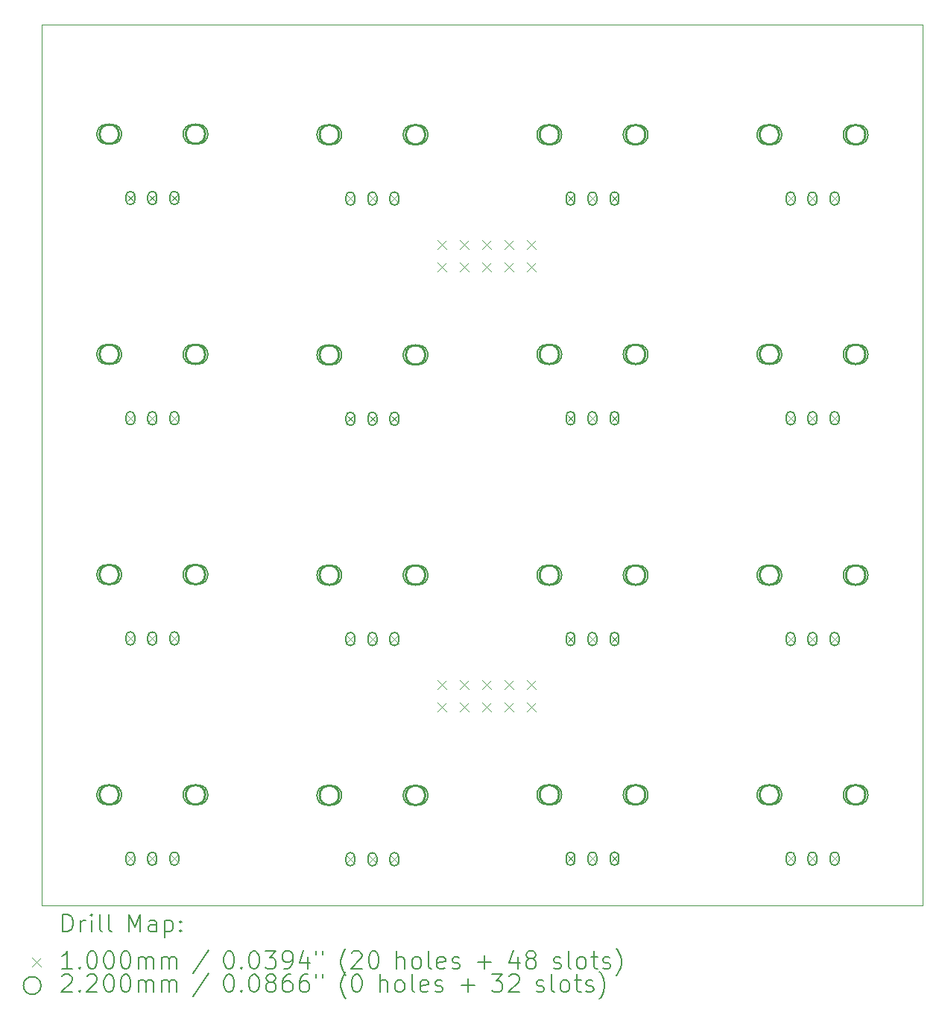
<source format=gbr>
%TF.GenerationSoftware,KiCad,Pcbnew,(7.0.0)*%
%TF.CreationDate,2023-05-19T01:27:41+02:00*%
%TF.ProjectId,Pot-X2,506f742d-5832-42e6-9b69-6361645f7063,rev?*%
%TF.SameCoordinates,Original*%
%TF.FileFunction,Drillmap*%
%TF.FilePolarity,Positive*%
%FSLAX45Y45*%
G04 Gerber Fmt 4.5, Leading zero omitted, Abs format (unit mm)*
G04 Created by KiCad (PCBNEW (7.0.0)) date 2023-05-19 01:27:41*
%MOMM*%
%LPD*%
G01*
G04 APERTURE LIST*
%ADD10C,0.100000*%
%ADD11C,0.200000*%
%ADD12C,0.220000*%
G04 APERTURE END LIST*
D10*
X16200000Y-11100000D02*
X6190000Y-11100000D01*
X6190000Y-1100000D01*
X16200000Y-1100000D01*
X16200000Y-11100000D01*
D11*
D10*
X7150000Y-3018798D02*
X7250000Y-3118798D01*
X7250000Y-3018798D02*
X7150000Y-3118798D01*
D11*
X7150000Y-3043798D02*
X7150000Y-3093798D01*
X7150000Y-3093798D02*
G75*
G03*
X7250000Y-3093798I50000J0D01*
G01*
X7250000Y-3093798D02*
X7250000Y-3043798D01*
X7250000Y-3043798D02*
G75*
G03*
X7150000Y-3043798I-50000J0D01*
G01*
D10*
X7150000Y-5518798D02*
X7250000Y-5618798D01*
X7250000Y-5518798D02*
X7150000Y-5618798D01*
D11*
X7150000Y-5543798D02*
X7150000Y-5593798D01*
X7150000Y-5593798D02*
G75*
G03*
X7250000Y-5593798I50000J0D01*
G01*
X7250000Y-5593798D02*
X7250000Y-5543798D01*
X7250000Y-5543798D02*
G75*
G03*
X7150000Y-5543798I-50000J0D01*
G01*
D10*
X7150000Y-8018798D02*
X7250000Y-8118798D01*
X7250000Y-8018798D02*
X7150000Y-8118798D01*
D11*
X7150000Y-8043798D02*
X7150000Y-8093798D01*
X7150000Y-8093798D02*
G75*
G03*
X7250000Y-8093798I50000J0D01*
G01*
X7250000Y-8093798D02*
X7250000Y-8043798D01*
X7250000Y-8043798D02*
G75*
G03*
X7150000Y-8043798I-50000J0D01*
G01*
D10*
X7150000Y-10518798D02*
X7250000Y-10618798D01*
X7250000Y-10518798D02*
X7150000Y-10618798D01*
D11*
X7150000Y-10543798D02*
X7150000Y-10593798D01*
X7150000Y-10593798D02*
G75*
G03*
X7250000Y-10593798I50000J0D01*
G01*
X7250000Y-10593798D02*
X7250000Y-10543798D01*
X7250000Y-10543798D02*
G75*
G03*
X7150000Y-10543798I-50000J0D01*
G01*
D10*
X7399339Y-3019015D02*
X7499339Y-3119015D01*
X7499339Y-3019015D02*
X7399339Y-3119015D01*
D11*
X7399339Y-3044015D02*
X7399339Y-3094015D01*
X7399339Y-3094015D02*
G75*
G03*
X7499339Y-3094015I50000J0D01*
G01*
X7499339Y-3094015D02*
X7499339Y-3044015D01*
X7499339Y-3044015D02*
G75*
G03*
X7399339Y-3044015I-50000J0D01*
G01*
D10*
X7399339Y-5519015D02*
X7499339Y-5619015D01*
X7499339Y-5519015D02*
X7399339Y-5619015D01*
D11*
X7399339Y-5544015D02*
X7399339Y-5594015D01*
X7399339Y-5594015D02*
G75*
G03*
X7499339Y-5594015I50000J0D01*
G01*
X7499339Y-5594015D02*
X7499339Y-5544015D01*
X7499339Y-5544015D02*
G75*
G03*
X7399339Y-5544015I-50000J0D01*
G01*
D10*
X7399339Y-8019015D02*
X7499339Y-8119015D01*
X7499339Y-8019015D02*
X7399339Y-8119015D01*
D11*
X7399339Y-8044015D02*
X7399339Y-8094015D01*
X7399339Y-8094015D02*
G75*
G03*
X7499339Y-8094015I50000J0D01*
G01*
X7499339Y-8094015D02*
X7499339Y-8044015D01*
X7499339Y-8044015D02*
G75*
G03*
X7399339Y-8044015I-50000J0D01*
G01*
D10*
X7399339Y-10519015D02*
X7499339Y-10619015D01*
X7499339Y-10519015D02*
X7399339Y-10619015D01*
D11*
X7399339Y-10544015D02*
X7399339Y-10594015D01*
X7399339Y-10594015D02*
G75*
G03*
X7499339Y-10594015I50000J0D01*
G01*
X7499339Y-10594015D02*
X7499339Y-10544015D01*
X7499339Y-10544015D02*
G75*
G03*
X7399339Y-10544015I-50000J0D01*
G01*
D10*
X7650000Y-3018354D02*
X7750000Y-3118354D01*
X7750000Y-3018354D02*
X7650000Y-3118354D01*
D11*
X7650000Y-3043354D02*
X7650000Y-3093354D01*
X7650000Y-3093354D02*
G75*
G03*
X7750000Y-3093354I50000J0D01*
G01*
X7750000Y-3093354D02*
X7750000Y-3043354D01*
X7750000Y-3043354D02*
G75*
G03*
X7650000Y-3043354I-50000J0D01*
G01*
D10*
X7650000Y-5518354D02*
X7750000Y-5618354D01*
X7750000Y-5518354D02*
X7650000Y-5618354D01*
D11*
X7650000Y-5543354D02*
X7650000Y-5593354D01*
X7650000Y-5593354D02*
G75*
G03*
X7750000Y-5593354I50000J0D01*
G01*
X7750000Y-5593354D02*
X7750000Y-5543354D01*
X7750000Y-5543354D02*
G75*
G03*
X7650000Y-5543354I-50000J0D01*
G01*
D10*
X7650000Y-8018354D02*
X7750000Y-8118354D01*
X7750000Y-8018354D02*
X7650000Y-8118354D01*
D11*
X7650000Y-8043354D02*
X7650000Y-8093354D01*
X7650000Y-8093354D02*
G75*
G03*
X7750000Y-8093354I50000J0D01*
G01*
X7750000Y-8093354D02*
X7750000Y-8043354D01*
X7750000Y-8043354D02*
G75*
G03*
X7650000Y-8043354I-50000J0D01*
G01*
D10*
X7650000Y-10518354D02*
X7750000Y-10618354D01*
X7750000Y-10518354D02*
X7650000Y-10618354D01*
D11*
X7650000Y-10543354D02*
X7650000Y-10593354D01*
X7650000Y-10593354D02*
G75*
G03*
X7750000Y-10593354I50000J0D01*
G01*
X7750000Y-10593354D02*
X7750000Y-10543354D01*
X7750000Y-10543354D02*
G75*
G03*
X7650000Y-10543354I-50000J0D01*
G01*
D10*
X9650000Y-3025114D02*
X9750000Y-3125114D01*
X9750000Y-3025114D02*
X9650000Y-3125114D01*
D11*
X9650000Y-3050114D02*
X9650000Y-3100114D01*
X9650000Y-3100114D02*
G75*
G03*
X9750000Y-3100114I50000J0D01*
G01*
X9750000Y-3100114D02*
X9750000Y-3050114D01*
X9750000Y-3050114D02*
G75*
G03*
X9650000Y-3050114I-50000J0D01*
G01*
D10*
X9650000Y-5525114D02*
X9750000Y-5625114D01*
X9750000Y-5525114D02*
X9650000Y-5625114D01*
D11*
X9650000Y-5550114D02*
X9650000Y-5600114D01*
X9650000Y-5600114D02*
G75*
G03*
X9750000Y-5600114I50000J0D01*
G01*
X9750000Y-5600114D02*
X9750000Y-5550114D01*
X9750000Y-5550114D02*
G75*
G03*
X9650000Y-5550114I-50000J0D01*
G01*
D10*
X9650000Y-8025114D02*
X9750000Y-8125114D01*
X9750000Y-8025114D02*
X9650000Y-8125114D01*
D11*
X9650000Y-8050114D02*
X9650000Y-8100114D01*
X9650000Y-8100114D02*
G75*
G03*
X9750000Y-8100114I50000J0D01*
G01*
X9750000Y-8100114D02*
X9750000Y-8050114D01*
X9750000Y-8050114D02*
G75*
G03*
X9650000Y-8050114I-50000J0D01*
G01*
D10*
X9650000Y-10525114D02*
X9750000Y-10625114D01*
X9750000Y-10525114D02*
X9650000Y-10625114D01*
D11*
X9650000Y-10550114D02*
X9650000Y-10600114D01*
X9650000Y-10600114D02*
G75*
G03*
X9750000Y-10600114I50000J0D01*
G01*
X9750000Y-10600114D02*
X9750000Y-10550114D01*
X9750000Y-10550114D02*
G75*
G03*
X9650000Y-10550114I-50000J0D01*
G01*
D10*
X9899339Y-3025331D02*
X9999339Y-3125331D01*
X9999339Y-3025331D02*
X9899339Y-3125331D01*
D11*
X9899339Y-3050331D02*
X9899339Y-3100331D01*
X9899339Y-3100331D02*
G75*
G03*
X9999339Y-3100331I50000J0D01*
G01*
X9999339Y-3100331D02*
X9999339Y-3050331D01*
X9999339Y-3050331D02*
G75*
G03*
X9899339Y-3050331I-50000J0D01*
G01*
D10*
X9899339Y-5525331D02*
X9999339Y-5625331D01*
X9999339Y-5525331D02*
X9899339Y-5625331D01*
D11*
X9899339Y-5550331D02*
X9899339Y-5600331D01*
X9899339Y-5600331D02*
G75*
G03*
X9999339Y-5600331I50000J0D01*
G01*
X9999339Y-5600331D02*
X9999339Y-5550331D01*
X9999339Y-5550331D02*
G75*
G03*
X9899339Y-5550331I-50000J0D01*
G01*
D10*
X9899339Y-8025331D02*
X9999339Y-8125331D01*
X9999339Y-8025331D02*
X9899339Y-8125331D01*
D11*
X9899339Y-8050331D02*
X9899339Y-8100331D01*
X9899339Y-8100331D02*
G75*
G03*
X9999339Y-8100331I50000J0D01*
G01*
X9999339Y-8100331D02*
X9999339Y-8050331D01*
X9999339Y-8050331D02*
G75*
G03*
X9899339Y-8050331I-50000J0D01*
G01*
D10*
X9899339Y-10525331D02*
X9999339Y-10625331D01*
X9999339Y-10525331D02*
X9899339Y-10625331D01*
D11*
X9899339Y-10550331D02*
X9899339Y-10600331D01*
X9899339Y-10600331D02*
G75*
G03*
X9999339Y-10600331I50000J0D01*
G01*
X9999339Y-10600331D02*
X9999339Y-10550331D01*
X9999339Y-10550331D02*
G75*
G03*
X9899339Y-10550331I-50000J0D01*
G01*
D10*
X10150000Y-3024669D02*
X10250000Y-3124669D01*
X10250000Y-3024669D02*
X10150000Y-3124669D01*
D11*
X10150000Y-3049669D02*
X10150000Y-3099669D01*
X10150000Y-3099669D02*
G75*
G03*
X10250000Y-3099669I50000J0D01*
G01*
X10250000Y-3099669D02*
X10250000Y-3049669D01*
X10250000Y-3049669D02*
G75*
G03*
X10150000Y-3049669I-50000J0D01*
G01*
D10*
X10150000Y-5524669D02*
X10250000Y-5624669D01*
X10250000Y-5524669D02*
X10150000Y-5624669D01*
D11*
X10150000Y-5549669D02*
X10150000Y-5599669D01*
X10150000Y-5599669D02*
G75*
G03*
X10250000Y-5599669I50000J0D01*
G01*
X10250000Y-5599669D02*
X10250000Y-5549669D01*
X10250000Y-5549669D02*
G75*
G03*
X10150000Y-5549669I-50000J0D01*
G01*
D10*
X10150000Y-8024669D02*
X10250000Y-8124669D01*
X10250000Y-8024669D02*
X10150000Y-8124669D01*
D11*
X10150000Y-8049669D02*
X10150000Y-8099669D01*
X10150000Y-8099669D02*
G75*
G03*
X10250000Y-8099669I50000J0D01*
G01*
X10250000Y-8099669D02*
X10250000Y-8049669D01*
X10250000Y-8049669D02*
G75*
G03*
X10150000Y-8049669I-50000J0D01*
G01*
D10*
X10150000Y-10524669D02*
X10250000Y-10624669D01*
X10250000Y-10524669D02*
X10150000Y-10624669D01*
D11*
X10150000Y-10549669D02*
X10150000Y-10599669D01*
X10150000Y-10599669D02*
G75*
G03*
X10250000Y-10599669I50000J0D01*
G01*
X10250000Y-10599669D02*
X10250000Y-10549669D01*
X10250000Y-10549669D02*
G75*
G03*
X10150000Y-10549669I-50000J0D01*
G01*
D10*
X10691400Y-3544600D02*
X10791400Y-3644600D01*
X10791400Y-3544600D02*
X10691400Y-3644600D01*
X10691400Y-3798600D02*
X10791400Y-3898600D01*
X10791400Y-3798600D02*
X10691400Y-3898600D01*
X10691400Y-8544600D02*
X10791400Y-8644600D01*
X10791400Y-8544600D02*
X10691400Y-8644600D01*
X10691400Y-8798600D02*
X10791400Y-8898600D01*
X10791400Y-8798600D02*
X10691400Y-8898600D01*
X10945400Y-3544600D02*
X11045400Y-3644600D01*
X11045400Y-3544600D02*
X10945400Y-3644600D01*
X10945400Y-3798600D02*
X11045400Y-3898600D01*
X11045400Y-3798600D02*
X10945400Y-3898600D01*
X10945400Y-8544600D02*
X11045400Y-8644600D01*
X11045400Y-8544600D02*
X10945400Y-8644600D01*
X10945400Y-8798600D02*
X11045400Y-8898600D01*
X11045400Y-8798600D02*
X10945400Y-8898600D01*
X11199400Y-3544600D02*
X11299400Y-3644600D01*
X11299400Y-3544600D02*
X11199400Y-3644600D01*
X11199400Y-3798600D02*
X11299400Y-3898600D01*
X11299400Y-3798600D02*
X11199400Y-3898600D01*
X11199400Y-8544600D02*
X11299400Y-8644600D01*
X11299400Y-8544600D02*
X11199400Y-8644600D01*
X11199400Y-8798600D02*
X11299400Y-8898600D01*
X11299400Y-8798600D02*
X11199400Y-8898600D01*
X11453400Y-3544600D02*
X11553400Y-3644600D01*
X11553400Y-3544600D02*
X11453400Y-3644600D01*
X11453400Y-3798600D02*
X11553400Y-3898600D01*
X11553400Y-3798600D02*
X11453400Y-3898600D01*
X11453400Y-8544600D02*
X11553400Y-8644600D01*
X11553400Y-8544600D02*
X11453400Y-8644600D01*
X11453400Y-8798600D02*
X11553400Y-8898600D01*
X11553400Y-8798600D02*
X11453400Y-8898600D01*
X11707400Y-3544600D02*
X11807400Y-3644600D01*
X11807400Y-3544600D02*
X11707400Y-3644600D01*
X11707400Y-3798600D02*
X11807400Y-3898600D01*
X11807400Y-3798600D02*
X11707400Y-3898600D01*
X11707400Y-8544600D02*
X11807400Y-8644600D01*
X11807400Y-8544600D02*
X11707400Y-8644600D01*
X11707400Y-8798600D02*
X11807400Y-8898600D01*
X11807400Y-8798600D02*
X11707400Y-8898600D01*
X12150000Y-3025114D02*
X12250000Y-3125114D01*
X12250000Y-3025114D02*
X12150000Y-3125114D01*
D11*
X12150000Y-3050114D02*
X12150000Y-3100114D01*
X12150000Y-3100114D02*
G75*
G03*
X12250000Y-3100114I50000J0D01*
G01*
X12250000Y-3100114D02*
X12250000Y-3050114D01*
X12250000Y-3050114D02*
G75*
G03*
X12150000Y-3050114I-50000J0D01*
G01*
D10*
X12150000Y-5518798D02*
X12250000Y-5618798D01*
X12250000Y-5518798D02*
X12150000Y-5618798D01*
D11*
X12150000Y-5543798D02*
X12150000Y-5593798D01*
X12150000Y-5593798D02*
G75*
G03*
X12250000Y-5593798I50000J0D01*
G01*
X12250000Y-5593798D02*
X12250000Y-5543798D01*
X12250000Y-5543798D02*
G75*
G03*
X12150000Y-5543798I-50000J0D01*
G01*
D10*
X12150000Y-8025114D02*
X12250000Y-8125114D01*
X12250000Y-8025114D02*
X12150000Y-8125114D01*
D11*
X12150000Y-8050114D02*
X12150000Y-8100114D01*
X12150000Y-8100114D02*
G75*
G03*
X12250000Y-8100114I50000J0D01*
G01*
X12250000Y-8100114D02*
X12250000Y-8050114D01*
X12250000Y-8050114D02*
G75*
G03*
X12150000Y-8050114I-50000J0D01*
G01*
D10*
X12150000Y-10518798D02*
X12250000Y-10618798D01*
X12250000Y-10518798D02*
X12150000Y-10618798D01*
D11*
X12150000Y-10543798D02*
X12150000Y-10593798D01*
X12150000Y-10593798D02*
G75*
G03*
X12250000Y-10593798I50000J0D01*
G01*
X12250000Y-10593798D02*
X12250000Y-10543798D01*
X12250000Y-10543798D02*
G75*
G03*
X12150000Y-10543798I-50000J0D01*
G01*
D10*
X12399339Y-3025331D02*
X12499339Y-3125331D01*
X12499339Y-3025331D02*
X12399339Y-3125331D01*
D11*
X12399339Y-3050331D02*
X12399339Y-3100331D01*
X12399339Y-3100331D02*
G75*
G03*
X12499339Y-3100331I50000J0D01*
G01*
X12499339Y-3100331D02*
X12499339Y-3050331D01*
X12499339Y-3050331D02*
G75*
G03*
X12399339Y-3050331I-50000J0D01*
G01*
D10*
X12399339Y-5519015D02*
X12499339Y-5619015D01*
X12499339Y-5519015D02*
X12399339Y-5619015D01*
D11*
X12399339Y-5544015D02*
X12399339Y-5594015D01*
X12399339Y-5594015D02*
G75*
G03*
X12499339Y-5594015I50000J0D01*
G01*
X12499339Y-5594015D02*
X12499339Y-5544015D01*
X12499339Y-5544015D02*
G75*
G03*
X12399339Y-5544015I-50000J0D01*
G01*
D10*
X12399339Y-8025331D02*
X12499339Y-8125331D01*
X12499339Y-8025331D02*
X12399339Y-8125331D01*
D11*
X12399339Y-8050331D02*
X12399339Y-8100331D01*
X12399339Y-8100331D02*
G75*
G03*
X12499339Y-8100331I50000J0D01*
G01*
X12499339Y-8100331D02*
X12499339Y-8050331D01*
X12499339Y-8050331D02*
G75*
G03*
X12399339Y-8050331I-50000J0D01*
G01*
D10*
X12399339Y-10519015D02*
X12499339Y-10619015D01*
X12499339Y-10519015D02*
X12399339Y-10619015D01*
D11*
X12399339Y-10544015D02*
X12399339Y-10594015D01*
X12399339Y-10594015D02*
G75*
G03*
X12499339Y-10594015I50000J0D01*
G01*
X12499339Y-10594015D02*
X12499339Y-10544015D01*
X12499339Y-10544015D02*
G75*
G03*
X12399339Y-10544015I-50000J0D01*
G01*
D10*
X12650000Y-3024669D02*
X12750000Y-3124669D01*
X12750000Y-3024669D02*
X12650000Y-3124669D01*
D11*
X12650000Y-3049669D02*
X12650000Y-3099669D01*
X12650000Y-3099669D02*
G75*
G03*
X12750000Y-3099669I50000J0D01*
G01*
X12750000Y-3099669D02*
X12750000Y-3049669D01*
X12750000Y-3049669D02*
G75*
G03*
X12650000Y-3049669I-50000J0D01*
G01*
D10*
X12650000Y-5518354D02*
X12750000Y-5618354D01*
X12750000Y-5518354D02*
X12650000Y-5618354D01*
D11*
X12650000Y-5543354D02*
X12650000Y-5593354D01*
X12650000Y-5593354D02*
G75*
G03*
X12750000Y-5593354I50000J0D01*
G01*
X12750000Y-5593354D02*
X12750000Y-5543354D01*
X12750000Y-5543354D02*
G75*
G03*
X12650000Y-5543354I-50000J0D01*
G01*
D10*
X12650000Y-8024669D02*
X12750000Y-8124669D01*
X12750000Y-8024669D02*
X12650000Y-8124669D01*
D11*
X12650000Y-8049669D02*
X12650000Y-8099669D01*
X12650000Y-8099669D02*
G75*
G03*
X12750000Y-8099669I50000J0D01*
G01*
X12750000Y-8099669D02*
X12750000Y-8049669D01*
X12750000Y-8049669D02*
G75*
G03*
X12650000Y-8049669I-50000J0D01*
G01*
D10*
X12650000Y-10518354D02*
X12750000Y-10618354D01*
X12750000Y-10518354D02*
X12650000Y-10618354D01*
D11*
X12650000Y-10543354D02*
X12650000Y-10593354D01*
X12650000Y-10593354D02*
G75*
G03*
X12750000Y-10593354I50000J0D01*
G01*
X12750000Y-10593354D02*
X12750000Y-10543354D01*
X12750000Y-10543354D02*
G75*
G03*
X12650000Y-10543354I-50000J0D01*
G01*
D10*
X14650000Y-3025114D02*
X14750000Y-3125114D01*
X14750000Y-3025114D02*
X14650000Y-3125114D01*
D11*
X14650000Y-3050114D02*
X14650000Y-3100114D01*
X14650000Y-3100114D02*
G75*
G03*
X14750000Y-3100114I50000J0D01*
G01*
X14750000Y-3100114D02*
X14750000Y-3050114D01*
X14750000Y-3050114D02*
G75*
G03*
X14650000Y-3050114I-50000J0D01*
G01*
D10*
X14650000Y-5518798D02*
X14750000Y-5618798D01*
X14750000Y-5518798D02*
X14650000Y-5618798D01*
D11*
X14650000Y-5543798D02*
X14650000Y-5593798D01*
X14650000Y-5593798D02*
G75*
G03*
X14750000Y-5593798I50000J0D01*
G01*
X14750000Y-5593798D02*
X14750000Y-5543798D01*
X14750000Y-5543798D02*
G75*
G03*
X14650000Y-5543798I-50000J0D01*
G01*
D10*
X14650000Y-8025114D02*
X14750000Y-8125114D01*
X14750000Y-8025114D02*
X14650000Y-8125114D01*
D11*
X14650000Y-8050114D02*
X14650000Y-8100114D01*
X14650000Y-8100114D02*
G75*
G03*
X14750000Y-8100114I50000J0D01*
G01*
X14750000Y-8100114D02*
X14750000Y-8050114D01*
X14750000Y-8050114D02*
G75*
G03*
X14650000Y-8050114I-50000J0D01*
G01*
D10*
X14650000Y-10518798D02*
X14750000Y-10618798D01*
X14750000Y-10518798D02*
X14650000Y-10618798D01*
D11*
X14650000Y-10543798D02*
X14650000Y-10593798D01*
X14650000Y-10593798D02*
G75*
G03*
X14750000Y-10593798I50000J0D01*
G01*
X14750000Y-10593798D02*
X14750000Y-10543798D01*
X14750000Y-10543798D02*
G75*
G03*
X14650000Y-10543798I-50000J0D01*
G01*
D10*
X14899339Y-3025331D02*
X14999339Y-3125331D01*
X14999339Y-3025331D02*
X14899339Y-3125331D01*
D11*
X14899339Y-3050331D02*
X14899339Y-3100331D01*
X14899339Y-3100331D02*
G75*
G03*
X14999339Y-3100331I50000J0D01*
G01*
X14999339Y-3100331D02*
X14999339Y-3050331D01*
X14999339Y-3050331D02*
G75*
G03*
X14899339Y-3050331I-50000J0D01*
G01*
D10*
X14899339Y-5519015D02*
X14999339Y-5619015D01*
X14999339Y-5519015D02*
X14899339Y-5619015D01*
D11*
X14899339Y-5544015D02*
X14899339Y-5594015D01*
X14899339Y-5594015D02*
G75*
G03*
X14999339Y-5594015I50000J0D01*
G01*
X14999339Y-5594015D02*
X14999339Y-5544015D01*
X14999339Y-5544015D02*
G75*
G03*
X14899339Y-5544015I-50000J0D01*
G01*
D10*
X14899339Y-8025331D02*
X14999339Y-8125331D01*
X14999339Y-8025331D02*
X14899339Y-8125331D01*
D11*
X14899339Y-8050331D02*
X14899339Y-8100331D01*
X14899339Y-8100331D02*
G75*
G03*
X14999339Y-8100331I50000J0D01*
G01*
X14999339Y-8100331D02*
X14999339Y-8050331D01*
X14999339Y-8050331D02*
G75*
G03*
X14899339Y-8050331I-50000J0D01*
G01*
D10*
X14899339Y-10519015D02*
X14999339Y-10619015D01*
X14999339Y-10519015D02*
X14899339Y-10619015D01*
D11*
X14899339Y-10544015D02*
X14899339Y-10594015D01*
X14899339Y-10594015D02*
G75*
G03*
X14999339Y-10594015I50000J0D01*
G01*
X14999339Y-10594015D02*
X14999339Y-10544015D01*
X14999339Y-10544015D02*
G75*
G03*
X14899339Y-10544015I-50000J0D01*
G01*
D10*
X15150000Y-3024669D02*
X15250000Y-3124669D01*
X15250000Y-3024669D02*
X15150000Y-3124669D01*
D11*
X15150000Y-3049669D02*
X15150000Y-3099669D01*
X15150000Y-3099669D02*
G75*
G03*
X15250000Y-3099669I50000J0D01*
G01*
X15250000Y-3099669D02*
X15250000Y-3049669D01*
X15250000Y-3049669D02*
G75*
G03*
X15150000Y-3049669I-50000J0D01*
G01*
D10*
X15150000Y-5518354D02*
X15250000Y-5618354D01*
X15250000Y-5518354D02*
X15150000Y-5618354D01*
D11*
X15150000Y-5543354D02*
X15150000Y-5593354D01*
X15150000Y-5593354D02*
G75*
G03*
X15250000Y-5593354I50000J0D01*
G01*
X15250000Y-5593354D02*
X15250000Y-5543354D01*
X15250000Y-5543354D02*
G75*
G03*
X15150000Y-5543354I-50000J0D01*
G01*
D10*
X15150000Y-8024669D02*
X15250000Y-8124669D01*
X15250000Y-8024669D02*
X15150000Y-8124669D01*
D11*
X15150000Y-8049669D02*
X15150000Y-8099669D01*
X15150000Y-8099669D02*
G75*
G03*
X15250000Y-8099669I50000J0D01*
G01*
X15250000Y-8099669D02*
X15250000Y-8049669D01*
X15250000Y-8049669D02*
G75*
G03*
X15150000Y-8049669I-50000J0D01*
G01*
D10*
X15150000Y-10518354D02*
X15250000Y-10618354D01*
X15250000Y-10518354D02*
X15150000Y-10618354D01*
D11*
X15150000Y-10543354D02*
X15150000Y-10593354D01*
X15150000Y-10593354D02*
G75*
G03*
X15250000Y-10593354I50000J0D01*
G01*
X15250000Y-10593354D02*
X15250000Y-10543354D01*
X15250000Y-10543354D02*
G75*
G03*
X15150000Y-10543354I-50000J0D01*
G01*
D12*
X7070000Y-2343685D02*
G75*
G03*
X7070000Y-2343685I-110000J0D01*
G01*
D11*
X6930000Y-2453685D02*
X6990000Y-2453685D01*
X6990000Y-2453685D02*
G75*
G03*
X6990000Y-2233685I0J110000D01*
G01*
X6990000Y-2233685D02*
X6930000Y-2233685D01*
X6930000Y-2233685D02*
G75*
G03*
X6930000Y-2453685I0J-110000D01*
G01*
D12*
X7070000Y-4843685D02*
G75*
G03*
X7070000Y-4843685I-110000J0D01*
G01*
D11*
X6930000Y-4953685D02*
X6990000Y-4953685D01*
X6990000Y-4953685D02*
G75*
G03*
X6990000Y-4733685I0J110000D01*
G01*
X6990000Y-4733685D02*
X6930000Y-4733685D01*
X6930000Y-4733685D02*
G75*
G03*
X6930000Y-4953685I0J-110000D01*
G01*
D12*
X7070000Y-7343685D02*
G75*
G03*
X7070000Y-7343685I-110000J0D01*
G01*
D11*
X6930000Y-7453685D02*
X6990000Y-7453685D01*
X6990000Y-7453685D02*
G75*
G03*
X6990000Y-7233685I0J110000D01*
G01*
X6990000Y-7233685D02*
X6930000Y-7233685D01*
X6930000Y-7233685D02*
G75*
G03*
X6930000Y-7453685I0J-110000D01*
G01*
D12*
X7070000Y-9843685D02*
G75*
G03*
X7070000Y-9843685I-110000J0D01*
G01*
D11*
X6930000Y-9953685D02*
X6990000Y-9953685D01*
X6990000Y-9953685D02*
G75*
G03*
X6990000Y-9733685I0J110000D01*
G01*
X6990000Y-9733685D02*
X6930000Y-9733685D01*
X6930000Y-9733685D02*
G75*
G03*
X6930000Y-9953685I0J-110000D01*
G01*
D12*
X8050000Y-2343685D02*
G75*
G03*
X8050000Y-2343685I-110000J0D01*
G01*
D11*
X7910000Y-2453685D02*
X7970000Y-2453685D01*
X7970000Y-2453685D02*
G75*
G03*
X7970000Y-2233685I0J110000D01*
G01*
X7970000Y-2233685D02*
X7910000Y-2233685D01*
X7910000Y-2233685D02*
G75*
G03*
X7910000Y-2453685I0J-110000D01*
G01*
D12*
X8050000Y-4843685D02*
G75*
G03*
X8050000Y-4843685I-110000J0D01*
G01*
D11*
X7910000Y-4953685D02*
X7970000Y-4953685D01*
X7970000Y-4953685D02*
G75*
G03*
X7970000Y-4733685I0J110000D01*
G01*
X7970000Y-4733685D02*
X7910000Y-4733685D01*
X7910000Y-4733685D02*
G75*
G03*
X7910000Y-4953685I0J-110000D01*
G01*
D12*
X8050000Y-7343685D02*
G75*
G03*
X8050000Y-7343685I-110000J0D01*
G01*
D11*
X7910000Y-7453685D02*
X7970000Y-7453685D01*
X7970000Y-7453685D02*
G75*
G03*
X7970000Y-7233685I0J110000D01*
G01*
X7970000Y-7233685D02*
X7910000Y-7233685D01*
X7910000Y-7233685D02*
G75*
G03*
X7910000Y-7453685I0J-110000D01*
G01*
D12*
X8050000Y-9843685D02*
G75*
G03*
X8050000Y-9843685I-110000J0D01*
G01*
D11*
X7910000Y-9953685D02*
X7970000Y-9953685D01*
X7970000Y-9953685D02*
G75*
G03*
X7970000Y-9733685I0J110000D01*
G01*
X7970000Y-9733685D02*
X7910000Y-9733685D01*
X7910000Y-9733685D02*
G75*
G03*
X7910000Y-9953685I0J-110000D01*
G01*
D12*
X9570000Y-2350000D02*
G75*
G03*
X9570000Y-2350000I-110000J0D01*
G01*
D11*
X9430000Y-2460000D02*
X9490000Y-2460000D01*
X9490000Y-2460000D02*
G75*
G03*
X9490000Y-2240000I0J110000D01*
G01*
X9490000Y-2240000D02*
X9430000Y-2240000D01*
X9430000Y-2240000D02*
G75*
G03*
X9430000Y-2460000I0J-110000D01*
G01*
D12*
X9570000Y-4850000D02*
G75*
G03*
X9570000Y-4850000I-110000J0D01*
G01*
D11*
X9430000Y-4960000D02*
X9490000Y-4960000D01*
X9490000Y-4960000D02*
G75*
G03*
X9490000Y-4740000I0J110000D01*
G01*
X9490000Y-4740000D02*
X9430000Y-4740000D01*
X9430000Y-4740000D02*
G75*
G03*
X9430000Y-4960000I0J-110000D01*
G01*
D12*
X9570000Y-7350000D02*
G75*
G03*
X9570000Y-7350000I-110000J0D01*
G01*
D11*
X9430000Y-7460000D02*
X9490000Y-7460000D01*
X9490000Y-7460000D02*
G75*
G03*
X9490000Y-7240000I0J110000D01*
G01*
X9490000Y-7240000D02*
X9430000Y-7240000D01*
X9430000Y-7240000D02*
G75*
G03*
X9430000Y-7460000I0J-110000D01*
G01*
D12*
X9570000Y-9850000D02*
G75*
G03*
X9570000Y-9850000I-110000J0D01*
G01*
D11*
X9430000Y-9960000D02*
X9490000Y-9960000D01*
X9490000Y-9960000D02*
G75*
G03*
X9490000Y-9740000I0J110000D01*
G01*
X9490000Y-9740000D02*
X9430000Y-9740000D01*
X9430000Y-9740000D02*
G75*
G03*
X9430000Y-9960000I0J-110000D01*
G01*
D12*
X10550000Y-2350000D02*
G75*
G03*
X10550000Y-2350000I-110000J0D01*
G01*
D11*
X10410000Y-2460000D02*
X10470000Y-2460000D01*
X10470000Y-2460000D02*
G75*
G03*
X10470000Y-2240000I0J110000D01*
G01*
X10470000Y-2240000D02*
X10410000Y-2240000D01*
X10410000Y-2240000D02*
G75*
G03*
X10410000Y-2460000I0J-110000D01*
G01*
D12*
X10550000Y-4850000D02*
G75*
G03*
X10550000Y-4850000I-110000J0D01*
G01*
D11*
X10410000Y-4960000D02*
X10470000Y-4960000D01*
X10470000Y-4960000D02*
G75*
G03*
X10470000Y-4740000I0J110000D01*
G01*
X10470000Y-4740000D02*
X10410000Y-4740000D01*
X10410000Y-4740000D02*
G75*
G03*
X10410000Y-4960000I0J-110000D01*
G01*
D12*
X10550000Y-7350000D02*
G75*
G03*
X10550000Y-7350000I-110000J0D01*
G01*
D11*
X10410000Y-7460000D02*
X10470000Y-7460000D01*
X10470000Y-7460000D02*
G75*
G03*
X10470000Y-7240000I0J110000D01*
G01*
X10470000Y-7240000D02*
X10410000Y-7240000D01*
X10410000Y-7240000D02*
G75*
G03*
X10410000Y-7460000I0J-110000D01*
G01*
D12*
X10550000Y-9850000D02*
G75*
G03*
X10550000Y-9850000I-110000J0D01*
G01*
D11*
X10410000Y-9960000D02*
X10470000Y-9960000D01*
X10470000Y-9960000D02*
G75*
G03*
X10470000Y-9740000I0J110000D01*
G01*
X10470000Y-9740000D02*
X10410000Y-9740000D01*
X10410000Y-9740000D02*
G75*
G03*
X10410000Y-9960000I0J-110000D01*
G01*
D12*
X12070000Y-2350000D02*
G75*
G03*
X12070000Y-2350000I-110000J0D01*
G01*
D11*
X11930000Y-2460000D02*
X11990000Y-2460000D01*
X11990000Y-2460000D02*
G75*
G03*
X11990000Y-2240000I0J110000D01*
G01*
X11990000Y-2240000D02*
X11930000Y-2240000D01*
X11930000Y-2240000D02*
G75*
G03*
X11930000Y-2460000I0J-110000D01*
G01*
D12*
X12070000Y-4843685D02*
G75*
G03*
X12070000Y-4843685I-110000J0D01*
G01*
D11*
X11930000Y-4953685D02*
X11990000Y-4953685D01*
X11990000Y-4953685D02*
G75*
G03*
X11990000Y-4733685I0J110000D01*
G01*
X11990000Y-4733685D02*
X11930000Y-4733685D01*
X11930000Y-4733685D02*
G75*
G03*
X11930000Y-4953685I0J-110000D01*
G01*
D12*
X12070000Y-7350000D02*
G75*
G03*
X12070000Y-7350000I-110000J0D01*
G01*
D11*
X11930000Y-7460000D02*
X11990000Y-7460000D01*
X11990000Y-7460000D02*
G75*
G03*
X11990000Y-7240000I0J110000D01*
G01*
X11990000Y-7240000D02*
X11930000Y-7240000D01*
X11930000Y-7240000D02*
G75*
G03*
X11930000Y-7460000I0J-110000D01*
G01*
D12*
X12070000Y-9843685D02*
G75*
G03*
X12070000Y-9843685I-110000J0D01*
G01*
D11*
X11930000Y-9953685D02*
X11990000Y-9953685D01*
X11990000Y-9953685D02*
G75*
G03*
X11990000Y-9733685I0J110000D01*
G01*
X11990000Y-9733685D02*
X11930000Y-9733685D01*
X11930000Y-9733685D02*
G75*
G03*
X11930000Y-9953685I0J-110000D01*
G01*
D12*
X13050000Y-2350000D02*
G75*
G03*
X13050000Y-2350000I-110000J0D01*
G01*
D11*
X12910000Y-2460000D02*
X12970000Y-2460000D01*
X12970000Y-2460000D02*
G75*
G03*
X12970000Y-2240000I0J110000D01*
G01*
X12970000Y-2240000D02*
X12910000Y-2240000D01*
X12910000Y-2240000D02*
G75*
G03*
X12910000Y-2460000I0J-110000D01*
G01*
D12*
X13050000Y-4843685D02*
G75*
G03*
X13050000Y-4843685I-110000J0D01*
G01*
D11*
X12910000Y-4953685D02*
X12970000Y-4953685D01*
X12970000Y-4953685D02*
G75*
G03*
X12970000Y-4733685I0J110000D01*
G01*
X12970000Y-4733685D02*
X12910000Y-4733685D01*
X12910000Y-4733685D02*
G75*
G03*
X12910000Y-4953685I0J-110000D01*
G01*
D12*
X13050000Y-7350000D02*
G75*
G03*
X13050000Y-7350000I-110000J0D01*
G01*
D11*
X12910000Y-7460000D02*
X12970000Y-7460000D01*
X12970000Y-7460000D02*
G75*
G03*
X12970000Y-7240000I0J110000D01*
G01*
X12970000Y-7240000D02*
X12910000Y-7240000D01*
X12910000Y-7240000D02*
G75*
G03*
X12910000Y-7460000I0J-110000D01*
G01*
D12*
X13050000Y-9843685D02*
G75*
G03*
X13050000Y-9843685I-110000J0D01*
G01*
D11*
X12910000Y-9953685D02*
X12970000Y-9953685D01*
X12970000Y-9953685D02*
G75*
G03*
X12970000Y-9733685I0J110000D01*
G01*
X12970000Y-9733685D02*
X12910000Y-9733685D01*
X12910000Y-9733685D02*
G75*
G03*
X12910000Y-9953685I0J-110000D01*
G01*
D12*
X14570000Y-2350000D02*
G75*
G03*
X14570000Y-2350000I-110000J0D01*
G01*
D11*
X14430000Y-2460000D02*
X14490000Y-2460000D01*
X14490000Y-2460000D02*
G75*
G03*
X14490000Y-2240000I0J110000D01*
G01*
X14490000Y-2240000D02*
X14430000Y-2240000D01*
X14430000Y-2240000D02*
G75*
G03*
X14430000Y-2460000I0J-110000D01*
G01*
D12*
X14570000Y-4843685D02*
G75*
G03*
X14570000Y-4843685I-110000J0D01*
G01*
D11*
X14430000Y-4953685D02*
X14490000Y-4953685D01*
X14490000Y-4953685D02*
G75*
G03*
X14490000Y-4733685I0J110000D01*
G01*
X14490000Y-4733685D02*
X14430000Y-4733685D01*
X14430000Y-4733685D02*
G75*
G03*
X14430000Y-4953685I0J-110000D01*
G01*
D12*
X14570000Y-7350000D02*
G75*
G03*
X14570000Y-7350000I-110000J0D01*
G01*
D11*
X14430000Y-7460000D02*
X14490000Y-7460000D01*
X14490000Y-7460000D02*
G75*
G03*
X14490000Y-7240000I0J110000D01*
G01*
X14490000Y-7240000D02*
X14430000Y-7240000D01*
X14430000Y-7240000D02*
G75*
G03*
X14430000Y-7460000I0J-110000D01*
G01*
D12*
X14570000Y-9843685D02*
G75*
G03*
X14570000Y-9843685I-110000J0D01*
G01*
D11*
X14430000Y-9953685D02*
X14490000Y-9953685D01*
X14490000Y-9953685D02*
G75*
G03*
X14490000Y-9733685I0J110000D01*
G01*
X14490000Y-9733685D02*
X14430000Y-9733685D01*
X14430000Y-9733685D02*
G75*
G03*
X14430000Y-9953685I0J-110000D01*
G01*
D12*
X15550000Y-2350000D02*
G75*
G03*
X15550000Y-2350000I-110000J0D01*
G01*
D11*
X15410000Y-2460000D02*
X15470000Y-2460000D01*
X15470000Y-2460000D02*
G75*
G03*
X15470000Y-2240000I0J110000D01*
G01*
X15470000Y-2240000D02*
X15410000Y-2240000D01*
X15410000Y-2240000D02*
G75*
G03*
X15410000Y-2460000I0J-110000D01*
G01*
D12*
X15550000Y-4843685D02*
G75*
G03*
X15550000Y-4843685I-110000J0D01*
G01*
D11*
X15410000Y-4953685D02*
X15470000Y-4953685D01*
X15470000Y-4953685D02*
G75*
G03*
X15470000Y-4733685I0J110000D01*
G01*
X15470000Y-4733685D02*
X15410000Y-4733685D01*
X15410000Y-4733685D02*
G75*
G03*
X15410000Y-4953685I0J-110000D01*
G01*
D12*
X15550000Y-7350000D02*
G75*
G03*
X15550000Y-7350000I-110000J0D01*
G01*
D11*
X15410000Y-7460000D02*
X15470000Y-7460000D01*
X15470000Y-7460000D02*
G75*
G03*
X15470000Y-7240000I0J110000D01*
G01*
X15470000Y-7240000D02*
X15410000Y-7240000D01*
X15410000Y-7240000D02*
G75*
G03*
X15410000Y-7460000I0J-110000D01*
G01*
D12*
X15550000Y-9843685D02*
G75*
G03*
X15550000Y-9843685I-110000J0D01*
G01*
D11*
X15410000Y-9953685D02*
X15470000Y-9953685D01*
X15470000Y-9953685D02*
G75*
G03*
X15470000Y-9733685I0J110000D01*
G01*
X15470000Y-9733685D02*
X15410000Y-9733685D01*
X15410000Y-9733685D02*
G75*
G03*
X15410000Y-9953685I0J-110000D01*
G01*
X6432619Y-11398476D02*
X6432619Y-11198476D01*
X6432619Y-11198476D02*
X6480238Y-11198476D01*
X6480238Y-11198476D02*
X6508809Y-11208000D01*
X6508809Y-11208000D02*
X6527857Y-11227048D01*
X6527857Y-11227048D02*
X6537381Y-11246095D01*
X6537381Y-11246095D02*
X6546905Y-11284190D01*
X6546905Y-11284190D02*
X6546905Y-11312762D01*
X6546905Y-11312762D02*
X6537381Y-11350857D01*
X6537381Y-11350857D02*
X6527857Y-11369905D01*
X6527857Y-11369905D02*
X6508809Y-11388952D01*
X6508809Y-11388952D02*
X6480238Y-11398476D01*
X6480238Y-11398476D02*
X6432619Y-11398476D01*
X6632619Y-11398476D02*
X6632619Y-11265143D01*
X6632619Y-11303238D02*
X6642143Y-11284190D01*
X6642143Y-11284190D02*
X6651667Y-11274667D01*
X6651667Y-11274667D02*
X6670714Y-11265143D01*
X6670714Y-11265143D02*
X6689762Y-11265143D01*
X6756428Y-11398476D02*
X6756428Y-11265143D01*
X6756428Y-11198476D02*
X6746905Y-11208000D01*
X6746905Y-11208000D02*
X6756428Y-11217524D01*
X6756428Y-11217524D02*
X6765952Y-11208000D01*
X6765952Y-11208000D02*
X6756428Y-11198476D01*
X6756428Y-11198476D02*
X6756428Y-11217524D01*
X6880238Y-11398476D02*
X6861190Y-11388952D01*
X6861190Y-11388952D02*
X6851667Y-11369905D01*
X6851667Y-11369905D02*
X6851667Y-11198476D01*
X6985000Y-11398476D02*
X6965952Y-11388952D01*
X6965952Y-11388952D02*
X6956428Y-11369905D01*
X6956428Y-11369905D02*
X6956428Y-11198476D01*
X7181190Y-11398476D02*
X7181190Y-11198476D01*
X7181190Y-11198476D02*
X7247857Y-11341333D01*
X7247857Y-11341333D02*
X7314524Y-11198476D01*
X7314524Y-11198476D02*
X7314524Y-11398476D01*
X7495476Y-11398476D02*
X7495476Y-11293714D01*
X7495476Y-11293714D02*
X7485952Y-11274667D01*
X7485952Y-11274667D02*
X7466905Y-11265143D01*
X7466905Y-11265143D02*
X7428809Y-11265143D01*
X7428809Y-11265143D02*
X7409762Y-11274667D01*
X7495476Y-11388952D02*
X7476428Y-11398476D01*
X7476428Y-11398476D02*
X7428809Y-11398476D01*
X7428809Y-11398476D02*
X7409762Y-11388952D01*
X7409762Y-11388952D02*
X7400238Y-11369905D01*
X7400238Y-11369905D02*
X7400238Y-11350857D01*
X7400238Y-11350857D02*
X7409762Y-11331809D01*
X7409762Y-11331809D02*
X7428809Y-11322286D01*
X7428809Y-11322286D02*
X7476428Y-11322286D01*
X7476428Y-11322286D02*
X7495476Y-11312762D01*
X7590714Y-11265143D02*
X7590714Y-11465143D01*
X7590714Y-11274667D02*
X7609762Y-11265143D01*
X7609762Y-11265143D02*
X7647857Y-11265143D01*
X7647857Y-11265143D02*
X7666905Y-11274667D01*
X7666905Y-11274667D02*
X7676428Y-11284190D01*
X7676428Y-11284190D02*
X7685952Y-11303238D01*
X7685952Y-11303238D02*
X7685952Y-11360381D01*
X7685952Y-11360381D02*
X7676428Y-11379428D01*
X7676428Y-11379428D02*
X7666905Y-11388952D01*
X7666905Y-11388952D02*
X7647857Y-11398476D01*
X7647857Y-11398476D02*
X7609762Y-11398476D01*
X7609762Y-11398476D02*
X7590714Y-11388952D01*
X7771667Y-11379428D02*
X7781190Y-11388952D01*
X7781190Y-11388952D02*
X7771667Y-11398476D01*
X7771667Y-11398476D02*
X7762143Y-11388952D01*
X7762143Y-11388952D02*
X7771667Y-11379428D01*
X7771667Y-11379428D02*
X7771667Y-11398476D01*
X7771667Y-11274667D02*
X7781190Y-11284190D01*
X7781190Y-11284190D02*
X7771667Y-11293714D01*
X7771667Y-11293714D02*
X7762143Y-11284190D01*
X7762143Y-11284190D02*
X7771667Y-11274667D01*
X7771667Y-11274667D02*
X7771667Y-11293714D01*
D10*
X6085000Y-11695000D02*
X6185000Y-11795000D01*
X6185000Y-11695000D02*
X6085000Y-11795000D01*
D11*
X6537381Y-11818476D02*
X6423095Y-11818476D01*
X6480238Y-11818476D02*
X6480238Y-11618476D01*
X6480238Y-11618476D02*
X6461190Y-11647048D01*
X6461190Y-11647048D02*
X6442143Y-11666095D01*
X6442143Y-11666095D02*
X6423095Y-11675619D01*
X6623095Y-11799428D02*
X6632619Y-11808952D01*
X6632619Y-11808952D02*
X6623095Y-11818476D01*
X6623095Y-11818476D02*
X6613571Y-11808952D01*
X6613571Y-11808952D02*
X6623095Y-11799428D01*
X6623095Y-11799428D02*
X6623095Y-11818476D01*
X6756428Y-11618476D02*
X6775476Y-11618476D01*
X6775476Y-11618476D02*
X6794524Y-11628000D01*
X6794524Y-11628000D02*
X6804048Y-11637524D01*
X6804048Y-11637524D02*
X6813571Y-11656571D01*
X6813571Y-11656571D02*
X6823095Y-11694667D01*
X6823095Y-11694667D02*
X6823095Y-11742286D01*
X6823095Y-11742286D02*
X6813571Y-11780381D01*
X6813571Y-11780381D02*
X6804048Y-11799428D01*
X6804048Y-11799428D02*
X6794524Y-11808952D01*
X6794524Y-11808952D02*
X6775476Y-11818476D01*
X6775476Y-11818476D02*
X6756428Y-11818476D01*
X6756428Y-11818476D02*
X6737381Y-11808952D01*
X6737381Y-11808952D02*
X6727857Y-11799428D01*
X6727857Y-11799428D02*
X6718333Y-11780381D01*
X6718333Y-11780381D02*
X6708809Y-11742286D01*
X6708809Y-11742286D02*
X6708809Y-11694667D01*
X6708809Y-11694667D02*
X6718333Y-11656571D01*
X6718333Y-11656571D02*
X6727857Y-11637524D01*
X6727857Y-11637524D02*
X6737381Y-11628000D01*
X6737381Y-11628000D02*
X6756428Y-11618476D01*
X6946905Y-11618476D02*
X6965952Y-11618476D01*
X6965952Y-11618476D02*
X6985000Y-11628000D01*
X6985000Y-11628000D02*
X6994524Y-11637524D01*
X6994524Y-11637524D02*
X7004048Y-11656571D01*
X7004048Y-11656571D02*
X7013571Y-11694667D01*
X7013571Y-11694667D02*
X7013571Y-11742286D01*
X7013571Y-11742286D02*
X7004048Y-11780381D01*
X7004048Y-11780381D02*
X6994524Y-11799428D01*
X6994524Y-11799428D02*
X6985000Y-11808952D01*
X6985000Y-11808952D02*
X6965952Y-11818476D01*
X6965952Y-11818476D02*
X6946905Y-11818476D01*
X6946905Y-11818476D02*
X6927857Y-11808952D01*
X6927857Y-11808952D02*
X6918333Y-11799428D01*
X6918333Y-11799428D02*
X6908809Y-11780381D01*
X6908809Y-11780381D02*
X6899286Y-11742286D01*
X6899286Y-11742286D02*
X6899286Y-11694667D01*
X6899286Y-11694667D02*
X6908809Y-11656571D01*
X6908809Y-11656571D02*
X6918333Y-11637524D01*
X6918333Y-11637524D02*
X6927857Y-11628000D01*
X6927857Y-11628000D02*
X6946905Y-11618476D01*
X7137381Y-11618476D02*
X7156429Y-11618476D01*
X7156429Y-11618476D02*
X7175476Y-11628000D01*
X7175476Y-11628000D02*
X7185000Y-11637524D01*
X7185000Y-11637524D02*
X7194524Y-11656571D01*
X7194524Y-11656571D02*
X7204048Y-11694667D01*
X7204048Y-11694667D02*
X7204048Y-11742286D01*
X7204048Y-11742286D02*
X7194524Y-11780381D01*
X7194524Y-11780381D02*
X7185000Y-11799428D01*
X7185000Y-11799428D02*
X7175476Y-11808952D01*
X7175476Y-11808952D02*
X7156429Y-11818476D01*
X7156429Y-11818476D02*
X7137381Y-11818476D01*
X7137381Y-11818476D02*
X7118333Y-11808952D01*
X7118333Y-11808952D02*
X7108809Y-11799428D01*
X7108809Y-11799428D02*
X7099286Y-11780381D01*
X7099286Y-11780381D02*
X7089762Y-11742286D01*
X7089762Y-11742286D02*
X7089762Y-11694667D01*
X7089762Y-11694667D02*
X7099286Y-11656571D01*
X7099286Y-11656571D02*
X7108809Y-11637524D01*
X7108809Y-11637524D02*
X7118333Y-11628000D01*
X7118333Y-11628000D02*
X7137381Y-11618476D01*
X7289762Y-11818476D02*
X7289762Y-11685143D01*
X7289762Y-11704190D02*
X7299286Y-11694667D01*
X7299286Y-11694667D02*
X7318333Y-11685143D01*
X7318333Y-11685143D02*
X7346905Y-11685143D01*
X7346905Y-11685143D02*
X7365952Y-11694667D01*
X7365952Y-11694667D02*
X7375476Y-11713714D01*
X7375476Y-11713714D02*
X7375476Y-11818476D01*
X7375476Y-11713714D02*
X7385000Y-11694667D01*
X7385000Y-11694667D02*
X7404048Y-11685143D01*
X7404048Y-11685143D02*
X7432619Y-11685143D01*
X7432619Y-11685143D02*
X7451667Y-11694667D01*
X7451667Y-11694667D02*
X7461190Y-11713714D01*
X7461190Y-11713714D02*
X7461190Y-11818476D01*
X7556429Y-11818476D02*
X7556429Y-11685143D01*
X7556429Y-11704190D02*
X7565952Y-11694667D01*
X7565952Y-11694667D02*
X7585000Y-11685143D01*
X7585000Y-11685143D02*
X7613571Y-11685143D01*
X7613571Y-11685143D02*
X7632619Y-11694667D01*
X7632619Y-11694667D02*
X7642143Y-11713714D01*
X7642143Y-11713714D02*
X7642143Y-11818476D01*
X7642143Y-11713714D02*
X7651667Y-11694667D01*
X7651667Y-11694667D02*
X7670714Y-11685143D01*
X7670714Y-11685143D02*
X7699286Y-11685143D01*
X7699286Y-11685143D02*
X7718333Y-11694667D01*
X7718333Y-11694667D02*
X7727857Y-11713714D01*
X7727857Y-11713714D02*
X7727857Y-11818476D01*
X8085952Y-11608952D02*
X7914524Y-11866095D01*
X8310714Y-11618476D02*
X8329762Y-11618476D01*
X8329762Y-11618476D02*
X8348810Y-11628000D01*
X8348810Y-11628000D02*
X8358333Y-11637524D01*
X8358333Y-11637524D02*
X8367857Y-11656571D01*
X8367857Y-11656571D02*
X8377381Y-11694667D01*
X8377381Y-11694667D02*
X8377381Y-11742286D01*
X8377381Y-11742286D02*
X8367857Y-11780381D01*
X8367857Y-11780381D02*
X8358333Y-11799428D01*
X8358333Y-11799428D02*
X8348810Y-11808952D01*
X8348810Y-11808952D02*
X8329762Y-11818476D01*
X8329762Y-11818476D02*
X8310714Y-11818476D01*
X8310714Y-11818476D02*
X8291667Y-11808952D01*
X8291667Y-11808952D02*
X8282143Y-11799428D01*
X8282143Y-11799428D02*
X8272619Y-11780381D01*
X8272619Y-11780381D02*
X8263095Y-11742286D01*
X8263095Y-11742286D02*
X8263095Y-11694667D01*
X8263095Y-11694667D02*
X8272619Y-11656571D01*
X8272619Y-11656571D02*
X8282143Y-11637524D01*
X8282143Y-11637524D02*
X8291667Y-11628000D01*
X8291667Y-11628000D02*
X8310714Y-11618476D01*
X8463095Y-11799428D02*
X8472619Y-11808952D01*
X8472619Y-11808952D02*
X8463095Y-11818476D01*
X8463095Y-11818476D02*
X8453572Y-11808952D01*
X8453572Y-11808952D02*
X8463095Y-11799428D01*
X8463095Y-11799428D02*
X8463095Y-11818476D01*
X8596429Y-11618476D02*
X8615476Y-11618476D01*
X8615476Y-11618476D02*
X8634524Y-11628000D01*
X8634524Y-11628000D02*
X8644048Y-11637524D01*
X8644048Y-11637524D02*
X8653572Y-11656571D01*
X8653572Y-11656571D02*
X8663095Y-11694667D01*
X8663095Y-11694667D02*
X8663095Y-11742286D01*
X8663095Y-11742286D02*
X8653572Y-11780381D01*
X8653572Y-11780381D02*
X8644048Y-11799428D01*
X8644048Y-11799428D02*
X8634524Y-11808952D01*
X8634524Y-11808952D02*
X8615476Y-11818476D01*
X8615476Y-11818476D02*
X8596429Y-11818476D01*
X8596429Y-11818476D02*
X8577381Y-11808952D01*
X8577381Y-11808952D02*
X8567857Y-11799428D01*
X8567857Y-11799428D02*
X8558333Y-11780381D01*
X8558333Y-11780381D02*
X8548810Y-11742286D01*
X8548810Y-11742286D02*
X8548810Y-11694667D01*
X8548810Y-11694667D02*
X8558333Y-11656571D01*
X8558333Y-11656571D02*
X8567857Y-11637524D01*
X8567857Y-11637524D02*
X8577381Y-11628000D01*
X8577381Y-11628000D02*
X8596429Y-11618476D01*
X8729762Y-11618476D02*
X8853572Y-11618476D01*
X8853572Y-11618476D02*
X8786905Y-11694667D01*
X8786905Y-11694667D02*
X8815476Y-11694667D01*
X8815476Y-11694667D02*
X8834524Y-11704190D01*
X8834524Y-11704190D02*
X8844048Y-11713714D01*
X8844048Y-11713714D02*
X8853572Y-11732762D01*
X8853572Y-11732762D02*
X8853572Y-11780381D01*
X8853572Y-11780381D02*
X8844048Y-11799428D01*
X8844048Y-11799428D02*
X8834524Y-11808952D01*
X8834524Y-11808952D02*
X8815476Y-11818476D01*
X8815476Y-11818476D02*
X8758333Y-11818476D01*
X8758333Y-11818476D02*
X8739286Y-11808952D01*
X8739286Y-11808952D02*
X8729762Y-11799428D01*
X8948810Y-11818476D02*
X8986905Y-11818476D01*
X8986905Y-11818476D02*
X9005953Y-11808952D01*
X9005953Y-11808952D02*
X9015476Y-11799428D01*
X9015476Y-11799428D02*
X9034524Y-11770857D01*
X9034524Y-11770857D02*
X9044048Y-11732762D01*
X9044048Y-11732762D02*
X9044048Y-11656571D01*
X9044048Y-11656571D02*
X9034524Y-11637524D01*
X9034524Y-11637524D02*
X9025000Y-11628000D01*
X9025000Y-11628000D02*
X9005953Y-11618476D01*
X9005953Y-11618476D02*
X8967857Y-11618476D01*
X8967857Y-11618476D02*
X8948810Y-11628000D01*
X8948810Y-11628000D02*
X8939286Y-11637524D01*
X8939286Y-11637524D02*
X8929762Y-11656571D01*
X8929762Y-11656571D02*
X8929762Y-11704190D01*
X8929762Y-11704190D02*
X8939286Y-11723238D01*
X8939286Y-11723238D02*
X8948810Y-11732762D01*
X8948810Y-11732762D02*
X8967857Y-11742286D01*
X8967857Y-11742286D02*
X9005953Y-11742286D01*
X9005953Y-11742286D02*
X9025000Y-11732762D01*
X9025000Y-11732762D02*
X9034524Y-11723238D01*
X9034524Y-11723238D02*
X9044048Y-11704190D01*
X9215476Y-11685143D02*
X9215476Y-11818476D01*
X9167857Y-11608952D02*
X9120238Y-11751809D01*
X9120238Y-11751809D02*
X9244048Y-11751809D01*
X9310714Y-11618476D02*
X9310714Y-11656571D01*
X9386905Y-11618476D02*
X9386905Y-11656571D01*
X9649762Y-11894667D02*
X9640238Y-11885143D01*
X9640238Y-11885143D02*
X9621191Y-11856571D01*
X9621191Y-11856571D02*
X9611667Y-11837524D01*
X9611667Y-11837524D02*
X9602143Y-11808952D01*
X9602143Y-11808952D02*
X9592619Y-11761333D01*
X9592619Y-11761333D02*
X9592619Y-11723238D01*
X9592619Y-11723238D02*
X9602143Y-11675619D01*
X9602143Y-11675619D02*
X9611667Y-11647048D01*
X9611667Y-11647048D02*
X9621191Y-11628000D01*
X9621191Y-11628000D02*
X9640238Y-11599428D01*
X9640238Y-11599428D02*
X9649762Y-11589905D01*
X9716429Y-11637524D02*
X9725953Y-11628000D01*
X9725953Y-11628000D02*
X9745000Y-11618476D01*
X9745000Y-11618476D02*
X9792619Y-11618476D01*
X9792619Y-11618476D02*
X9811667Y-11628000D01*
X9811667Y-11628000D02*
X9821191Y-11637524D01*
X9821191Y-11637524D02*
X9830714Y-11656571D01*
X9830714Y-11656571D02*
X9830714Y-11675619D01*
X9830714Y-11675619D02*
X9821191Y-11704190D01*
X9821191Y-11704190D02*
X9706905Y-11818476D01*
X9706905Y-11818476D02*
X9830714Y-11818476D01*
X9954524Y-11618476D02*
X9973572Y-11618476D01*
X9973572Y-11618476D02*
X9992619Y-11628000D01*
X9992619Y-11628000D02*
X10002143Y-11637524D01*
X10002143Y-11637524D02*
X10011667Y-11656571D01*
X10011667Y-11656571D02*
X10021191Y-11694667D01*
X10021191Y-11694667D02*
X10021191Y-11742286D01*
X10021191Y-11742286D02*
X10011667Y-11780381D01*
X10011667Y-11780381D02*
X10002143Y-11799428D01*
X10002143Y-11799428D02*
X9992619Y-11808952D01*
X9992619Y-11808952D02*
X9973572Y-11818476D01*
X9973572Y-11818476D02*
X9954524Y-11818476D01*
X9954524Y-11818476D02*
X9935476Y-11808952D01*
X9935476Y-11808952D02*
X9925953Y-11799428D01*
X9925953Y-11799428D02*
X9916429Y-11780381D01*
X9916429Y-11780381D02*
X9906905Y-11742286D01*
X9906905Y-11742286D02*
X9906905Y-11694667D01*
X9906905Y-11694667D02*
X9916429Y-11656571D01*
X9916429Y-11656571D02*
X9925953Y-11637524D01*
X9925953Y-11637524D02*
X9935476Y-11628000D01*
X9935476Y-11628000D02*
X9954524Y-11618476D01*
X10226905Y-11818476D02*
X10226905Y-11618476D01*
X10312619Y-11818476D02*
X10312619Y-11713714D01*
X10312619Y-11713714D02*
X10303095Y-11694667D01*
X10303095Y-11694667D02*
X10284048Y-11685143D01*
X10284048Y-11685143D02*
X10255476Y-11685143D01*
X10255476Y-11685143D02*
X10236429Y-11694667D01*
X10236429Y-11694667D02*
X10226905Y-11704190D01*
X10436429Y-11818476D02*
X10417381Y-11808952D01*
X10417381Y-11808952D02*
X10407857Y-11799428D01*
X10407857Y-11799428D02*
X10398334Y-11780381D01*
X10398334Y-11780381D02*
X10398334Y-11723238D01*
X10398334Y-11723238D02*
X10407857Y-11704190D01*
X10407857Y-11704190D02*
X10417381Y-11694667D01*
X10417381Y-11694667D02*
X10436429Y-11685143D01*
X10436429Y-11685143D02*
X10465000Y-11685143D01*
X10465000Y-11685143D02*
X10484048Y-11694667D01*
X10484048Y-11694667D02*
X10493572Y-11704190D01*
X10493572Y-11704190D02*
X10503095Y-11723238D01*
X10503095Y-11723238D02*
X10503095Y-11780381D01*
X10503095Y-11780381D02*
X10493572Y-11799428D01*
X10493572Y-11799428D02*
X10484048Y-11808952D01*
X10484048Y-11808952D02*
X10465000Y-11818476D01*
X10465000Y-11818476D02*
X10436429Y-11818476D01*
X10617381Y-11818476D02*
X10598334Y-11808952D01*
X10598334Y-11808952D02*
X10588810Y-11789905D01*
X10588810Y-11789905D02*
X10588810Y-11618476D01*
X10769762Y-11808952D02*
X10750715Y-11818476D01*
X10750715Y-11818476D02*
X10712619Y-11818476D01*
X10712619Y-11818476D02*
X10693572Y-11808952D01*
X10693572Y-11808952D02*
X10684048Y-11789905D01*
X10684048Y-11789905D02*
X10684048Y-11713714D01*
X10684048Y-11713714D02*
X10693572Y-11694667D01*
X10693572Y-11694667D02*
X10712619Y-11685143D01*
X10712619Y-11685143D02*
X10750715Y-11685143D01*
X10750715Y-11685143D02*
X10769762Y-11694667D01*
X10769762Y-11694667D02*
X10779286Y-11713714D01*
X10779286Y-11713714D02*
X10779286Y-11732762D01*
X10779286Y-11732762D02*
X10684048Y-11751809D01*
X10855476Y-11808952D02*
X10874524Y-11818476D01*
X10874524Y-11818476D02*
X10912619Y-11818476D01*
X10912619Y-11818476D02*
X10931667Y-11808952D01*
X10931667Y-11808952D02*
X10941191Y-11789905D01*
X10941191Y-11789905D02*
X10941191Y-11780381D01*
X10941191Y-11780381D02*
X10931667Y-11761333D01*
X10931667Y-11761333D02*
X10912619Y-11751809D01*
X10912619Y-11751809D02*
X10884048Y-11751809D01*
X10884048Y-11751809D02*
X10865000Y-11742286D01*
X10865000Y-11742286D02*
X10855476Y-11723238D01*
X10855476Y-11723238D02*
X10855476Y-11713714D01*
X10855476Y-11713714D02*
X10865000Y-11694667D01*
X10865000Y-11694667D02*
X10884048Y-11685143D01*
X10884048Y-11685143D02*
X10912619Y-11685143D01*
X10912619Y-11685143D02*
X10931667Y-11694667D01*
X11146905Y-11742286D02*
X11299286Y-11742286D01*
X11223095Y-11818476D02*
X11223095Y-11666095D01*
X11600238Y-11685143D02*
X11600238Y-11818476D01*
X11552619Y-11608952D02*
X11505000Y-11751809D01*
X11505000Y-11751809D02*
X11628810Y-11751809D01*
X11733572Y-11704190D02*
X11714524Y-11694667D01*
X11714524Y-11694667D02*
X11705000Y-11685143D01*
X11705000Y-11685143D02*
X11695476Y-11666095D01*
X11695476Y-11666095D02*
X11695476Y-11656571D01*
X11695476Y-11656571D02*
X11705000Y-11637524D01*
X11705000Y-11637524D02*
X11714524Y-11628000D01*
X11714524Y-11628000D02*
X11733572Y-11618476D01*
X11733572Y-11618476D02*
X11771667Y-11618476D01*
X11771667Y-11618476D02*
X11790714Y-11628000D01*
X11790714Y-11628000D02*
X11800238Y-11637524D01*
X11800238Y-11637524D02*
X11809762Y-11656571D01*
X11809762Y-11656571D02*
X11809762Y-11666095D01*
X11809762Y-11666095D02*
X11800238Y-11685143D01*
X11800238Y-11685143D02*
X11790714Y-11694667D01*
X11790714Y-11694667D02*
X11771667Y-11704190D01*
X11771667Y-11704190D02*
X11733572Y-11704190D01*
X11733572Y-11704190D02*
X11714524Y-11713714D01*
X11714524Y-11713714D02*
X11705000Y-11723238D01*
X11705000Y-11723238D02*
X11695476Y-11742286D01*
X11695476Y-11742286D02*
X11695476Y-11780381D01*
X11695476Y-11780381D02*
X11705000Y-11799428D01*
X11705000Y-11799428D02*
X11714524Y-11808952D01*
X11714524Y-11808952D02*
X11733572Y-11818476D01*
X11733572Y-11818476D02*
X11771667Y-11818476D01*
X11771667Y-11818476D02*
X11790714Y-11808952D01*
X11790714Y-11808952D02*
X11800238Y-11799428D01*
X11800238Y-11799428D02*
X11809762Y-11780381D01*
X11809762Y-11780381D02*
X11809762Y-11742286D01*
X11809762Y-11742286D02*
X11800238Y-11723238D01*
X11800238Y-11723238D02*
X11790714Y-11713714D01*
X11790714Y-11713714D02*
X11771667Y-11704190D01*
X12005953Y-11808952D02*
X12025000Y-11818476D01*
X12025000Y-11818476D02*
X12063095Y-11818476D01*
X12063095Y-11818476D02*
X12082143Y-11808952D01*
X12082143Y-11808952D02*
X12091667Y-11789905D01*
X12091667Y-11789905D02*
X12091667Y-11780381D01*
X12091667Y-11780381D02*
X12082143Y-11761333D01*
X12082143Y-11761333D02*
X12063095Y-11751809D01*
X12063095Y-11751809D02*
X12034524Y-11751809D01*
X12034524Y-11751809D02*
X12015476Y-11742286D01*
X12015476Y-11742286D02*
X12005953Y-11723238D01*
X12005953Y-11723238D02*
X12005953Y-11713714D01*
X12005953Y-11713714D02*
X12015476Y-11694667D01*
X12015476Y-11694667D02*
X12034524Y-11685143D01*
X12034524Y-11685143D02*
X12063095Y-11685143D01*
X12063095Y-11685143D02*
X12082143Y-11694667D01*
X12205953Y-11818476D02*
X12186905Y-11808952D01*
X12186905Y-11808952D02*
X12177381Y-11789905D01*
X12177381Y-11789905D02*
X12177381Y-11618476D01*
X12310714Y-11818476D02*
X12291667Y-11808952D01*
X12291667Y-11808952D02*
X12282143Y-11799428D01*
X12282143Y-11799428D02*
X12272619Y-11780381D01*
X12272619Y-11780381D02*
X12272619Y-11723238D01*
X12272619Y-11723238D02*
X12282143Y-11704190D01*
X12282143Y-11704190D02*
X12291667Y-11694667D01*
X12291667Y-11694667D02*
X12310714Y-11685143D01*
X12310714Y-11685143D02*
X12339286Y-11685143D01*
X12339286Y-11685143D02*
X12358334Y-11694667D01*
X12358334Y-11694667D02*
X12367857Y-11704190D01*
X12367857Y-11704190D02*
X12377381Y-11723238D01*
X12377381Y-11723238D02*
X12377381Y-11780381D01*
X12377381Y-11780381D02*
X12367857Y-11799428D01*
X12367857Y-11799428D02*
X12358334Y-11808952D01*
X12358334Y-11808952D02*
X12339286Y-11818476D01*
X12339286Y-11818476D02*
X12310714Y-11818476D01*
X12434524Y-11685143D02*
X12510714Y-11685143D01*
X12463095Y-11618476D02*
X12463095Y-11789905D01*
X12463095Y-11789905D02*
X12472619Y-11808952D01*
X12472619Y-11808952D02*
X12491667Y-11818476D01*
X12491667Y-11818476D02*
X12510714Y-11818476D01*
X12567857Y-11808952D02*
X12586905Y-11818476D01*
X12586905Y-11818476D02*
X12625000Y-11818476D01*
X12625000Y-11818476D02*
X12644048Y-11808952D01*
X12644048Y-11808952D02*
X12653572Y-11789905D01*
X12653572Y-11789905D02*
X12653572Y-11780381D01*
X12653572Y-11780381D02*
X12644048Y-11761333D01*
X12644048Y-11761333D02*
X12625000Y-11751809D01*
X12625000Y-11751809D02*
X12596429Y-11751809D01*
X12596429Y-11751809D02*
X12577381Y-11742286D01*
X12577381Y-11742286D02*
X12567857Y-11723238D01*
X12567857Y-11723238D02*
X12567857Y-11713714D01*
X12567857Y-11713714D02*
X12577381Y-11694667D01*
X12577381Y-11694667D02*
X12596429Y-11685143D01*
X12596429Y-11685143D02*
X12625000Y-11685143D01*
X12625000Y-11685143D02*
X12644048Y-11694667D01*
X12720238Y-11894667D02*
X12729762Y-11885143D01*
X12729762Y-11885143D02*
X12748810Y-11856571D01*
X12748810Y-11856571D02*
X12758334Y-11837524D01*
X12758334Y-11837524D02*
X12767857Y-11808952D01*
X12767857Y-11808952D02*
X12777381Y-11761333D01*
X12777381Y-11761333D02*
X12777381Y-11723238D01*
X12777381Y-11723238D02*
X12767857Y-11675619D01*
X12767857Y-11675619D02*
X12758334Y-11647048D01*
X12758334Y-11647048D02*
X12748810Y-11628000D01*
X12748810Y-11628000D02*
X12729762Y-11599428D01*
X12729762Y-11599428D02*
X12720238Y-11589905D01*
X6185000Y-12009000D02*
G75*
G03*
X6185000Y-12009000I-100000J0D01*
G01*
X6423095Y-11901524D02*
X6432619Y-11892000D01*
X6432619Y-11892000D02*
X6451667Y-11882476D01*
X6451667Y-11882476D02*
X6499286Y-11882476D01*
X6499286Y-11882476D02*
X6518333Y-11892000D01*
X6518333Y-11892000D02*
X6527857Y-11901524D01*
X6527857Y-11901524D02*
X6537381Y-11920571D01*
X6537381Y-11920571D02*
X6537381Y-11939619D01*
X6537381Y-11939619D02*
X6527857Y-11968190D01*
X6527857Y-11968190D02*
X6413571Y-12082476D01*
X6413571Y-12082476D02*
X6537381Y-12082476D01*
X6623095Y-12063428D02*
X6632619Y-12072952D01*
X6632619Y-12072952D02*
X6623095Y-12082476D01*
X6623095Y-12082476D02*
X6613571Y-12072952D01*
X6613571Y-12072952D02*
X6623095Y-12063428D01*
X6623095Y-12063428D02*
X6623095Y-12082476D01*
X6708809Y-11901524D02*
X6718333Y-11892000D01*
X6718333Y-11892000D02*
X6737381Y-11882476D01*
X6737381Y-11882476D02*
X6785000Y-11882476D01*
X6785000Y-11882476D02*
X6804048Y-11892000D01*
X6804048Y-11892000D02*
X6813571Y-11901524D01*
X6813571Y-11901524D02*
X6823095Y-11920571D01*
X6823095Y-11920571D02*
X6823095Y-11939619D01*
X6823095Y-11939619D02*
X6813571Y-11968190D01*
X6813571Y-11968190D02*
X6699286Y-12082476D01*
X6699286Y-12082476D02*
X6823095Y-12082476D01*
X6946905Y-11882476D02*
X6965952Y-11882476D01*
X6965952Y-11882476D02*
X6985000Y-11892000D01*
X6985000Y-11892000D02*
X6994524Y-11901524D01*
X6994524Y-11901524D02*
X7004048Y-11920571D01*
X7004048Y-11920571D02*
X7013571Y-11958667D01*
X7013571Y-11958667D02*
X7013571Y-12006286D01*
X7013571Y-12006286D02*
X7004048Y-12044381D01*
X7004048Y-12044381D02*
X6994524Y-12063428D01*
X6994524Y-12063428D02*
X6985000Y-12072952D01*
X6985000Y-12072952D02*
X6965952Y-12082476D01*
X6965952Y-12082476D02*
X6946905Y-12082476D01*
X6946905Y-12082476D02*
X6927857Y-12072952D01*
X6927857Y-12072952D02*
X6918333Y-12063428D01*
X6918333Y-12063428D02*
X6908809Y-12044381D01*
X6908809Y-12044381D02*
X6899286Y-12006286D01*
X6899286Y-12006286D02*
X6899286Y-11958667D01*
X6899286Y-11958667D02*
X6908809Y-11920571D01*
X6908809Y-11920571D02*
X6918333Y-11901524D01*
X6918333Y-11901524D02*
X6927857Y-11892000D01*
X6927857Y-11892000D02*
X6946905Y-11882476D01*
X7137381Y-11882476D02*
X7156429Y-11882476D01*
X7156429Y-11882476D02*
X7175476Y-11892000D01*
X7175476Y-11892000D02*
X7185000Y-11901524D01*
X7185000Y-11901524D02*
X7194524Y-11920571D01*
X7194524Y-11920571D02*
X7204048Y-11958667D01*
X7204048Y-11958667D02*
X7204048Y-12006286D01*
X7204048Y-12006286D02*
X7194524Y-12044381D01*
X7194524Y-12044381D02*
X7185000Y-12063428D01*
X7185000Y-12063428D02*
X7175476Y-12072952D01*
X7175476Y-12072952D02*
X7156429Y-12082476D01*
X7156429Y-12082476D02*
X7137381Y-12082476D01*
X7137381Y-12082476D02*
X7118333Y-12072952D01*
X7118333Y-12072952D02*
X7108809Y-12063428D01*
X7108809Y-12063428D02*
X7099286Y-12044381D01*
X7099286Y-12044381D02*
X7089762Y-12006286D01*
X7089762Y-12006286D02*
X7089762Y-11958667D01*
X7089762Y-11958667D02*
X7099286Y-11920571D01*
X7099286Y-11920571D02*
X7108809Y-11901524D01*
X7108809Y-11901524D02*
X7118333Y-11892000D01*
X7118333Y-11892000D02*
X7137381Y-11882476D01*
X7289762Y-12082476D02*
X7289762Y-11949143D01*
X7289762Y-11968190D02*
X7299286Y-11958667D01*
X7299286Y-11958667D02*
X7318333Y-11949143D01*
X7318333Y-11949143D02*
X7346905Y-11949143D01*
X7346905Y-11949143D02*
X7365952Y-11958667D01*
X7365952Y-11958667D02*
X7375476Y-11977714D01*
X7375476Y-11977714D02*
X7375476Y-12082476D01*
X7375476Y-11977714D02*
X7385000Y-11958667D01*
X7385000Y-11958667D02*
X7404048Y-11949143D01*
X7404048Y-11949143D02*
X7432619Y-11949143D01*
X7432619Y-11949143D02*
X7451667Y-11958667D01*
X7451667Y-11958667D02*
X7461190Y-11977714D01*
X7461190Y-11977714D02*
X7461190Y-12082476D01*
X7556429Y-12082476D02*
X7556429Y-11949143D01*
X7556429Y-11968190D02*
X7565952Y-11958667D01*
X7565952Y-11958667D02*
X7585000Y-11949143D01*
X7585000Y-11949143D02*
X7613571Y-11949143D01*
X7613571Y-11949143D02*
X7632619Y-11958667D01*
X7632619Y-11958667D02*
X7642143Y-11977714D01*
X7642143Y-11977714D02*
X7642143Y-12082476D01*
X7642143Y-11977714D02*
X7651667Y-11958667D01*
X7651667Y-11958667D02*
X7670714Y-11949143D01*
X7670714Y-11949143D02*
X7699286Y-11949143D01*
X7699286Y-11949143D02*
X7718333Y-11958667D01*
X7718333Y-11958667D02*
X7727857Y-11977714D01*
X7727857Y-11977714D02*
X7727857Y-12082476D01*
X8085952Y-11872952D02*
X7914524Y-12130095D01*
X8310714Y-11882476D02*
X8329762Y-11882476D01*
X8329762Y-11882476D02*
X8348810Y-11892000D01*
X8348810Y-11892000D02*
X8358333Y-11901524D01*
X8358333Y-11901524D02*
X8367857Y-11920571D01*
X8367857Y-11920571D02*
X8377381Y-11958667D01*
X8377381Y-11958667D02*
X8377381Y-12006286D01*
X8377381Y-12006286D02*
X8367857Y-12044381D01*
X8367857Y-12044381D02*
X8358333Y-12063428D01*
X8358333Y-12063428D02*
X8348810Y-12072952D01*
X8348810Y-12072952D02*
X8329762Y-12082476D01*
X8329762Y-12082476D02*
X8310714Y-12082476D01*
X8310714Y-12082476D02*
X8291667Y-12072952D01*
X8291667Y-12072952D02*
X8282143Y-12063428D01*
X8282143Y-12063428D02*
X8272619Y-12044381D01*
X8272619Y-12044381D02*
X8263095Y-12006286D01*
X8263095Y-12006286D02*
X8263095Y-11958667D01*
X8263095Y-11958667D02*
X8272619Y-11920571D01*
X8272619Y-11920571D02*
X8282143Y-11901524D01*
X8282143Y-11901524D02*
X8291667Y-11892000D01*
X8291667Y-11892000D02*
X8310714Y-11882476D01*
X8463095Y-12063428D02*
X8472619Y-12072952D01*
X8472619Y-12072952D02*
X8463095Y-12082476D01*
X8463095Y-12082476D02*
X8453572Y-12072952D01*
X8453572Y-12072952D02*
X8463095Y-12063428D01*
X8463095Y-12063428D02*
X8463095Y-12082476D01*
X8596429Y-11882476D02*
X8615476Y-11882476D01*
X8615476Y-11882476D02*
X8634524Y-11892000D01*
X8634524Y-11892000D02*
X8644048Y-11901524D01*
X8644048Y-11901524D02*
X8653572Y-11920571D01*
X8653572Y-11920571D02*
X8663095Y-11958667D01*
X8663095Y-11958667D02*
X8663095Y-12006286D01*
X8663095Y-12006286D02*
X8653572Y-12044381D01*
X8653572Y-12044381D02*
X8644048Y-12063428D01*
X8644048Y-12063428D02*
X8634524Y-12072952D01*
X8634524Y-12072952D02*
X8615476Y-12082476D01*
X8615476Y-12082476D02*
X8596429Y-12082476D01*
X8596429Y-12082476D02*
X8577381Y-12072952D01*
X8577381Y-12072952D02*
X8567857Y-12063428D01*
X8567857Y-12063428D02*
X8558333Y-12044381D01*
X8558333Y-12044381D02*
X8548810Y-12006286D01*
X8548810Y-12006286D02*
X8548810Y-11958667D01*
X8548810Y-11958667D02*
X8558333Y-11920571D01*
X8558333Y-11920571D02*
X8567857Y-11901524D01*
X8567857Y-11901524D02*
X8577381Y-11892000D01*
X8577381Y-11892000D02*
X8596429Y-11882476D01*
X8777381Y-11968190D02*
X8758333Y-11958667D01*
X8758333Y-11958667D02*
X8748810Y-11949143D01*
X8748810Y-11949143D02*
X8739286Y-11930095D01*
X8739286Y-11930095D02*
X8739286Y-11920571D01*
X8739286Y-11920571D02*
X8748810Y-11901524D01*
X8748810Y-11901524D02*
X8758333Y-11892000D01*
X8758333Y-11892000D02*
X8777381Y-11882476D01*
X8777381Y-11882476D02*
X8815476Y-11882476D01*
X8815476Y-11882476D02*
X8834524Y-11892000D01*
X8834524Y-11892000D02*
X8844048Y-11901524D01*
X8844048Y-11901524D02*
X8853572Y-11920571D01*
X8853572Y-11920571D02*
X8853572Y-11930095D01*
X8853572Y-11930095D02*
X8844048Y-11949143D01*
X8844048Y-11949143D02*
X8834524Y-11958667D01*
X8834524Y-11958667D02*
X8815476Y-11968190D01*
X8815476Y-11968190D02*
X8777381Y-11968190D01*
X8777381Y-11968190D02*
X8758333Y-11977714D01*
X8758333Y-11977714D02*
X8748810Y-11987238D01*
X8748810Y-11987238D02*
X8739286Y-12006286D01*
X8739286Y-12006286D02*
X8739286Y-12044381D01*
X8739286Y-12044381D02*
X8748810Y-12063428D01*
X8748810Y-12063428D02*
X8758333Y-12072952D01*
X8758333Y-12072952D02*
X8777381Y-12082476D01*
X8777381Y-12082476D02*
X8815476Y-12082476D01*
X8815476Y-12082476D02*
X8834524Y-12072952D01*
X8834524Y-12072952D02*
X8844048Y-12063428D01*
X8844048Y-12063428D02*
X8853572Y-12044381D01*
X8853572Y-12044381D02*
X8853572Y-12006286D01*
X8853572Y-12006286D02*
X8844048Y-11987238D01*
X8844048Y-11987238D02*
X8834524Y-11977714D01*
X8834524Y-11977714D02*
X8815476Y-11968190D01*
X9025000Y-11882476D02*
X8986905Y-11882476D01*
X8986905Y-11882476D02*
X8967857Y-11892000D01*
X8967857Y-11892000D02*
X8958333Y-11901524D01*
X8958333Y-11901524D02*
X8939286Y-11930095D01*
X8939286Y-11930095D02*
X8929762Y-11968190D01*
X8929762Y-11968190D02*
X8929762Y-12044381D01*
X8929762Y-12044381D02*
X8939286Y-12063428D01*
X8939286Y-12063428D02*
X8948810Y-12072952D01*
X8948810Y-12072952D02*
X8967857Y-12082476D01*
X8967857Y-12082476D02*
X9005953Y-12082476D01*
X9005953Y-12082476D02*
X9025000Y-12072952D01*
X9025000Y-12072952D02*
X9034524Y-12063428D01*
X9034524Y-12063428D02*
X9044048Y-12044381D01*
X9044048Y-12044381D02*
X9044048Y-11996762D01*
X9044048Y-11996762D02*
X9034524Y-11977714D01*
X9034524Y-11977714D02*
X9025000Y-11968190D01*
X9025000Y-11968190D02*
X9005953Y-11958667D01*
X9005953Y-11958667D02*
X8967857Y-11958667D01*
X8967857Y-11958667D02*
X8948810Y-11968190D01*
X8948810Y-11968190D02*
X8939286Y-11977714D01*
X8939286Y-11977714D02*
X8929762Y-11996762D01*
X9215476Y-11882476D02*
X9177381Y-11882476D01*
X9177381Y-11882476D02*
X9158333Y-11892000D01*
X9158333Y-11892000D02*
X9148810Y-11901524D01*
X9148810Y-11901524D02*
X9129762Y-11930095D01*
X9129762Y-11930095D02*
X9120238Y-11968190D01*
X9120238Y-11968190D02*
X9120238Y-12044381D01*
X9120238Y-12044381D02*
X9129762Y-12063428D01*
X9129762Y-12063428D02*
X9139286Y-12072952D01*
X9139286Y-12072952D02*
X9158333Y-12082476D01*
X9158333Y-12082476D02*
X9196429Y-12082476D01*
X9196429Y-12082476D02*
X9215476Y-12072952D01*
X9215476Y-12072952D02*
X9225000Y-12063428D01*
X9225000Y-12063428D02*
X9234524Y-12044381D01*
X9234524Y-12044381D02*
X9234524Y-11996762D01*
X9234524Y-11996762D02*
X9225000Y-11977714D01*
X9225000Y-11977714D02*
X9215476Y-11968190D01*
X9215476Y-11968190D02*
X9196429Y-11958667D01*
X9196429Y-11958667D02*
X9158333Y-11958667D01*
X9158333Y-11958667D02*
X9139286Y-11968190D01*
X9139286Y-11968190D02*
X9129762Y-11977714D01*
X9129762Y-11977714D02*
X9120238Y-11996762D01*
X9310714Y-11882476D02*
X9310714Y-11920571D01*
X9386905Y-11882476D02*
X9386905Y-11920571D01*
X9649762Y-12158667D02*
X9640238Y-12149143D01*
X9640238Y-12149143D02*
X9621191Y-12120571D01*
X9621191Y-12120571D02*
X9611667Y-12101524D01*
X9611667Y-12101524D02*
X9602143Y-12072952D01*
X9602143Y-12072952D02*
X9592619Y-12025333D01*
X9592619Y-12025333D02*
X9592619Y-11987238D01*
X9592619Y-11987238D02*
X9602143Y-11939619D01*
X9602143Y-11939619D02*
X9611667Y-11911048D01*
X9611667Y-11911048D02*
X9621191Y-11892000D01*
X9621191Y-11892000D02*
X9640238Y-11863428D01*
X9640238Y-11863428D02*
X9649762Y-11853905D01*
X9764048Y-11882476D02*
X9783095Y-11882476D01*
X9783095Y-11882476D02*
X9802143Y-11892000D01*
X9802143Y-11892000D02*
X9811667Y-11901524D01*
X9811667Y-11901524D02*
X9821191Y-11920571D01*
X9821191Y-11920571D02*
X9830714Y-11958667D01*
X9830714Y-11958667D02*
X9830714Y-12006286D01*
X9830714Y-12006286D02*
X9821191Y-12044381D01*
X9821191Y-12044381D02*
X9811667Y-12063428D01*
X9811667Y-12063428D02*
X9802143Y-12072952D01*
X9802143Y-12072952D02*
X9783095Y-12082476D01*
X9783095Y-12082476D02*
X9764048Y-12082476D01*
X9764048Y-12082476D02*
X9745000Y-12072952D01*
X9745000Y-12072952D02*
X9735476Y-12063428D01*
X9735476Y-12063428D02*
X9725953Y-12044381D01*
X9725953Y-12044381D02*
X9716429Y-12006286D01*
X9716429Y-12006286D02*
X9716429Y-11958667D01*
X9716429Y-11958667D02*
X9725953Y-11920571D01*
X9725953Y-11920571D02*
X9735476Y-11901524D01*
X9735476Y-11901524D02*
X9745000Y-11892000D01*
X9745000Y-11892000D02*
X9764048Y-11882476D01*
X10036429Y-12082476D02*
X10036429Y-11882476D01*
X10122143Y-12082476D02*
X10122143Y-11977714D01*
X10122143Y-11977714D02*
X10112619Y-11958667D01*
X10112619Y-11958667D02*
X10093572Y-11949143D01*
X10093572Y-11949143D02*
X10065000Y-11949143D01*
X10065000Y-11949143D02*
X10045953Y-11958667D01*
X10045953Y-11958667D02*
X10036429Y-11968190D01*
X10245953Y-12082476D02*
X10226905Y-12072952D01*
X10226905Y-12072952D02*
X10217381Y-12063428D01*
X10217381Y-12063428D02*
X10207857Y-12044381D01*
X10207857Y-12044381D02*
X10207857Y-11987238D01*
X10207857Y-11987238D02*
X10217381Y-11968190D01*
X10217381Y-11968190D02*
X10226905Y-11958667D01*
X10226905Y-11958667D02*
X10245953Y-11949143D01*
X10245953Y-11949143D02*
X10274524Y-11949143D01*
X10274524Y-11949143D02*
X10293572Y-11958667D01*
X10293572Y-11958667D02*
X10303095Y-11968190D01*
X10303095Y-11968190D02*
X10312619Y-11987238D01*
X10312619Y-11987238D02*
X10312619Y-12044381D01*
X10312619Y-12044381D02*
X10303095Y-12063428D01*
X10303095Y-12063428D02*
X10293572Y-12072952D01*
X10293572Y-12072952D02*
X10274524Y-12082476D01*
X10274524Y-12082476D02*
X10245953Y-12082476D01*
X10426905Y-12082476D02*
X10407857Y-12072952D01*
X10407857Y-12072952D02*
X10398334Y-12053905D01*
X10398334Y-12053905D02*
X10398334Y-11882476D01*
X10579286Y-12072952D02*
X10560238Y-12082476D01*
X10560238Y-12082476D02*
X10522143Y-12082476D01*
X10522143Y-12082476D02*
X10503095Y-12072952D01*
X10503095Y-12072952D02*
X10493572Y-12053905D01*
X10493572Y-12053905D02*
X10493572Y-11977714D01*
X10493572Y-11977714D02*
X10503095Y-11958667D01*
X10503095Y-11958667D02*
X10522143Y-11949143D01*
X10522143Y-11949143D02*
X10560238Y-11949143D01*
X10560238Y-11949143D02*
X10579286Y-11958667D01*
X10579286Y-11958667D02*
X10588810Y-11977714D01*
X10588810Y-11977714D02*
X10588810Y-11996762D01*
X10588810Y-11996762D02*
X10493572Y-12015809D01*
X10665000Y-12072952D02*
X10684048Y-12082476D01*
X10684048Y-12082476D02*
X10722143Y-12082476D01*
X10722143Y-12082476D02*
X10741191Y-12072952D01*
X10741191Y-12072952D02*
X10750715Y-12053905D01*
X10750715Y-12053905D02*
X10750715Y-12044381D01*
X10750715Y-12044381D02*
X10741191Y-12025333D01*
X10741191Y-12025333D02*
X10722143Y-12015809D01*
X10722143Y-12015809D02*
X10693572Y-12015809D01*
X10693572Y-12015809D02*
X10674524Y-12006286D01*
X10674524Y-12006286D02*
X10665000Y-11987238D01*
X10665000Y-11987238D02*
X10665000Y-11977714D01*
X10665000Y-11977714D02*
X10674524Y-11958667D01*
X10674524Y-11958667D02*
X10693572Y-11949143D01*
X10693572Y-11949143D02*
X10722143Y-11949143D01*
X10722143Y-11949143D02*
X10741191Y-11958667D01*
X10956429Y-12006286D02*
X11108810Y-12006286D01*
X11032619Y-12082476D02*
X11032619Y-11930095D01*
X11305000Y-11882476D02*
X11428810Y-11882476D01*
X11428810Y-11882476D02*
X11362143Y-11958667D01*
X11362143Y-11958667D02*
X11390714Y-11958667D01*
X11390714Y-11958667D02*
X11409762Y-11968190D01*
X11409762Y-11968190D02*
X11419286Y-11977714D01*
X11419286Y-11977714D02*
X11428810Y-11996762D01*
X11428810Y-11996762D02*
X11428810Y-12044381D01*
X11428810Y-12044381D02*
X11419286Y-12063428D01*
X11419286Y-12063428D02*
X11409762Y-12072952D01*
X11409762Y-12072952D02*
X11390714Y-12082476D01*
X11390714Y-12082476D02*
X11333572Y-12082476D01*
X11333572Y-12082476D02*
X11314524Y-12072952D01*
X11314524Y-12072952D02*
X11305000Y-12063428D01*
X11505000Y-11901524D02*
X11514524Y-11892000D01*
X11514524Y-11892000D02*
X11533572Y-11882476D01*
X11533572Y-11882476D02*
X11581191Y-11882476D01*
X11581191Y-11882476D02*
X11600238Y-11892000D01*
X11600238Y-11892000D02*
X11609762Y-11901524D01*
X11609762Y-11901524D02*
X11619286Y-11920571D01*
X11619286Y-11920571D02*
X11619286Y-11939619D01*
X11619286Y-11939619D02*
X11609762Y-11968190D01*
X11609762Y-11968190D02*
X11495476Y-12082476D01*
X11495476Y-12082476D02*
X11619286Y-12082476D01*
X11815476Y-12072952D02*
X11834524Y-12082476D01*
X11834524Y-12082476D02*
X11872619Y-12082476D01*
X11872619Y-12082476D02*
X11891667Y-12072952D01*
X11891667Y-12072952D02*
X11901191Y-12053905D01*
X11901191Y-12053905D02*
X11901191Y-12044381D01*
X11901191Y-12044381D02*
X11891667Y-12025333D01*
X11891667Y-12025333D02*
X11872619Y-12015809D01*
X11872619Y-12015809D02*
X11844048Y-12015809D01*
X11844048Y-12015809D02*
X11825000Y-12006286D01*
X11825000Y-12006286D02*
X11815476Y-11987238D01*
X11815476Y-11987238D02*
X11815476Y-11977714D01*
X11815476Y-11977714D02*
X11825000Y-11958667D01*
X11825000Y-11958667D02*
X11844048Y-11949143D01*
X11844048Y-11949143D02*
X11872619Y-11949143D01*
X11872619Y-11949143D02*
X11891667Y-11958667D01*
X12015476Y-12082476D02*
X11996429Y-12072952D01*
X11996429Y-12072952D02*
X11986905Y-12053905D01*
X11986905Y-12053905D02*
X11986905Y-11882476D01*
X12120238Y-12082476D02*
X12101191Y-12072952D01*
X12101191Y-12072952D02*
X12091667Y-12063428D01*
X12091667Y-12063428D02*
X12082143Y-12044381D01*
X12082143Y-12044381D02*
X12082143Y-11987238D01*
X12082143Y-11987238D02*
X12091667Y-11968190D01*
X12091667Y-11968190D02*
X12101191Y-11958667D01*
X12101191Y-11958667D02*
X12120238Y-11949143D01*
X12120238Y-11949143D02*
X12148810Y-11949143D01*
X12148810Y-11949143D02*
X12167857Y-11958667D01*
X12167857Y-11958667D02*
X12177381Y-11968190D01*
X12177381Y-11968190D02*
X12186905Y-11987238D01*
X12186905Y-11987238D02*
X12186905Y-12044381D01*
X12186905Y-12044381D02*
X12177381Y-12063428D01*
X12177381Y-12063428D02*
X12167857Y-12072952D01*
X12167857Y-12072952D02*
X12148810Y-12082476D01*
X12148810Y-12082476D02*
X12120238Y-12082476D01*
X12244048Y-11949143D02*
X12320238Y-11949143D01*
X12272619Y-11882476D02*
X12272619Y-12053905D01*
X12272619Y-12053905D02*
X12282143Y-12072952D01*
X12282143Y-12072952D02*
X12301191Y-12082476D01*
X12301191Y-12082476D02*
X12320238Y-12082476D01*
X12377381Y-12072952D02*
X12396429Y-12082476D01*
X12396429Y-12082476D02*
X12434524Y-12082476D01*
X12434524Y-12082476D02*
X12453572Y-12072952D01*
X12453572Y-12072952D02*
X12463095Y-12053905D01*
X12463095Y-12053905D02*
X12463095Y-12044381D01*
X12463095Y-12044381D02*
X12453572Y-12025333D01*
X12453572Y-12025333D02*
X12434524Y-12015809D01*
X12434524Y-12015809D02*
X12405953Y-12015809D01*
X12405953Y-12015809D02*
X12386905Y-12006286D01*
X12386905Y-12006286D02*
X12377381Y-11987238D01*
X12377381Y-11987238D02*
X12377381Y-11977714D01*
X12377381Y-11977714D02*
X12386905Y-11958667D01*
X12386905Y-11958667D02*
X12405953Y-11949143D01*
X12405953Y-11949143D02*
X12434524Y-11949143D01*
X12434524Y-11949143D02*
X12453572Y-11958667D01*
X12529762Y-12158667D02*
X12539286Y-12149143D01*
X12539286Y-12149143D02*
X12558334Y-12120571D01*
X12558334Y-12120571D02*
X12567857Y-12101524D01*
X12567857Y-12101524D02*
X12577381Y-12072952D01*
X12577381Y-12072952D02*
X12586905Y-12025333D01*
X12586905Y-12025333D02*
X12586905Y-11987238D01*
X12586905Y-11987238D02*
X12577381Y-11939619D01*
X12577381Y-11939619D02*
X12567857Y-11911048D01*
X12567857Y-11911048D02*
X12558334Y-11892000D01*
X12558334Y-11892000D02*
X12539286Y-11863428D01*
X12539286Y-11863428D02*
X12529762Y-11853905D01*
M02*

</source>
